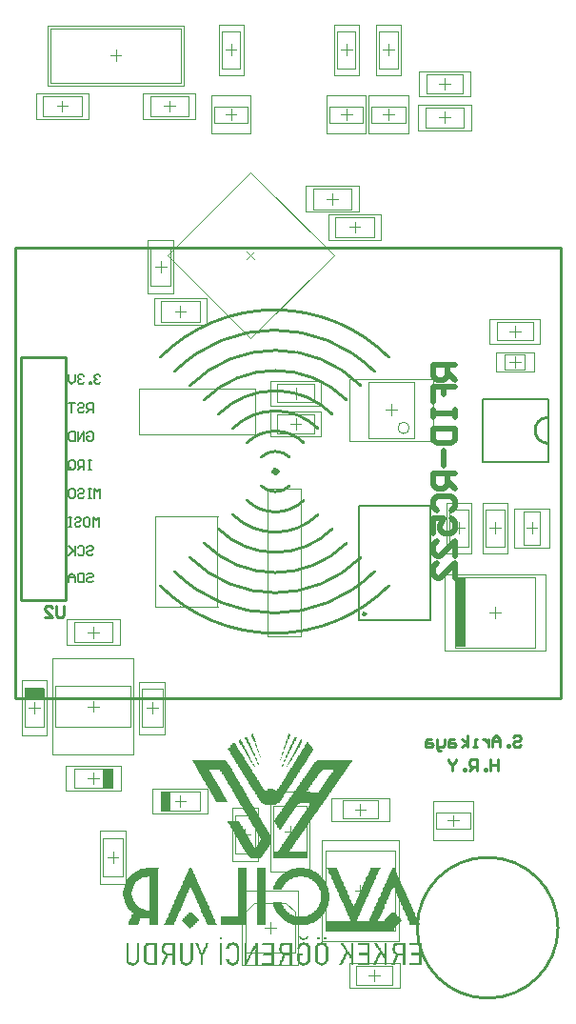
<source format=gbo>
G04*
G04 #@! TF.GenerationSoftware,Altium Limited,Altium Designer,21.3.2 (30)*
G04*
G04 Layer_Color=32896*
%FSLAX25Y25*%
%MOIN*%
G70*
G04*
G04 #@! TF.SameCoordinates,3F51CCC3-8A4B-4D73-A1D2-239D5F55BC23*
G04*
G04*
G04 #@! TF.FilePolarity,Positive*
G04*
G01*
G75*
%ADD10C,0.01000*%
%ADD12C,0.00787*%
%ADD15C,0.00394*%
%ADD18R,0.03307X0.06692*%
%ADD19R,0.06692X0.03307*%
%ADD20R,0.03765X0.24488*%
%ADD21R,0.24488X0.03765*%
%ADD22R,0.11496X0.02436*%
%ADD23C,0.00197*%
%ADD98C,0.01968*%
G36*
X97164Y93188D02*
X97620D01*
Y92960D01*
Y92732D01*
Y92504D01*
X97392D01*
Y92276D01*
Y92048D01*
X97164D01*
Y91820D01*
Y91592D01*
X96936D01*
Y91364D01*
X96708D01*
Y91136D01*
Y90908D01*
Y90680D01*
X96480D01*
Y90452D01*
Y90224D01*
X96252D01*
Y89996D01*
Y89768D01*
Y89540D01*
X96024D01*
Y89312D01*
Y89084D01*
X95796D01*
Y88856D01*
Y88628D01*
X95568D01*
Y88400D01*
Y88172D01*
Y87944D01*
X95340D01*
Y88172D01*
Y88400D01*
Y88628D01*
Y88856D01*
X95568D01*
Y89084D01*
Y89312D01*
Y89540D01*
X95796D01*
Y89768D01*
Y89996D01*
Y90224D01*
X96024D01*
Y90452D01*
Y90680D01*
Y90908D01*
X96252D01*
Y91136D01*
Y91364D01*
Y91592D01*
X96480D01*
Y91820D01*
Y92048D01*
Y92276D01*
Y92504D01*
X96708D01*
Y92732D01*
Y92960D01*
X96936D01*
Y93188D01*
Y93416D01*
X97164D01*
Y93188D01*
D02*
G37*
G36*
X95340Y87716D02*
Y87488D01*
Y87259D01*
X95112D01*
Y87488D01*
Y87716D01*
Y87944D01*
X95340D01*
Y87716D01*
D02*
G37*
G36*
X95112Y87031D02*
Y86803D01*
Y86575D01*
X94884D01*
Y86347D01*
Y86119D01*
Y85891D01*
X94656D01*
Y86119D01*
Y86347D01*
Y86575D01*
Y86803D01*
X94884D01*
Y87031D01*
Y87259D01*
X95112D01*
Y87031D01*
D02*
G37*
G36*
X84622Y93188D02*
Y92960D01*
Y92732D01*
Y92504D01*
X84850D01*
Y92276D01*
Y92048D01*
Y91820D01*
X85078D01*
Y91592D01*
Y91364D01*
Y91136D01*
X85306D01*
Y90908D01*
Y90680D01*
X85534D01*
Y90452D01*
X85306D01*
Y90224D01*
X85534D01*
Y89996D01*
Y89768D01*
Y89540D01*
X85762D01*
Y89312D01*
Y89084D01*
X85991D01*
Y88856D01*
Y88628D01*
Y88400D01*
Y88172D01*
X86219D01*
Y87944D01*
Y87716D01*
Y87488D01*
X86446D01*
Y87259D01*
Y87031D01*
X86675D01*
Y86803D01*
Y86575D01*
Y86347D01*
Y86119D01*
X86903D01*
Y85891D01*
Y85663D01*
X86675D01*
Y85891D01*
Y86119D01*
X86446D01*
Y86347D01*
Y86575D01*
Y86803D01*
X86219D01*
Y87031D01*
Y87259D01*
Y87488D01*
X85991D01*
Y87716D01*
Y87944D01*
X85762D01*
Y88172D01*
Y88400D01*
Y88628D01*
X85534D01*
Y88856D01*
Y89084D01*
X85306D01*
Y89312D01*
Y89540D01*
Y89768D01*
Y89996D01*
X85078D01*
Y90224D01*
Y90452D01*
X84850D01*
Y90680D01*
X84622D01*
Y90908D01*
Y91136D01*
Y91364D01*
X84394D01*
Y91592D01*
Y91820D01*
X84166D01*
Y92048D01*
Y92276D01*
X83938D01*
Y92504D01*
Y92732D01*
X83710D01*
Y92960D01*
X83938D01*
Y93188D01*
X84394D01*
Y93416D01*
X84622D01*
Y93188D01*
D02*
G37*
G36*
X94656Y85663D02*
Y85435D01*
X94428D01*
Y85663D01*
Y85891D01*
X94656D01*
Y85663D01*
D02*
G37*
G36*
X87131Y85207D02*
Y84979D01*
X86903D01*
Y85207D01*
Y85435D01*
X87131D01*
Y85207D01*
D02*
G37*
G36*
X94428Y84979D02*
Y84751D01*
X94200D01*
Y84979D01*
Y85207D01*
X94428D01*
Y84979D01*
D02*
G37*
G36*
X87359Y84523D02*
Y84295D01*
X87131D01*
Y84523D01*
Y84751D01*
X87359D01*
Y84523D01*
D02*
G37*
G36*
X94200Y84295D02*
Y84067D01*
X93972D01*
Y84295D01*
Y84523D01*
X94200D01*
Y84295D01*
D02*
G37*
G36*
X99445Y92048D02*
X99901D01*
Y91820D01*
X99673D01*
Y91592D01*
Y91364D01*
X99445D01*
Y91136D01*
Y90908D01*
X99217D01*
Y90680D01*
X98988D01*
Y90452D01*
Y90224D01*
X98760D01*
Y89996D01*
Y89768D01*
X98532D01*
Y89540D01*
Y89312D01*
X98304D01*
Y89084D01*
Y88856D01*
X98076D01*
Y88628D01*
Y88400D01*
X97848D01*
Y88172D01*
Y87944D01*
X97620D01*
Y87716D01*
Y87488D01*
X97392D01*
Y87259D01*
Y87031D01*
X97164D01*
Y86803D01*
Y86575D01*
X96936D01*
Y86347D01*
Y86119D01*
X96708D01*
Y85891D01*
Y85663D01*
X96480D01*
Y85435D01*
Y85207D01*
X96252D01*
Y84979D01*
Y84751D01*
X96024D01*
Y84523D01*
Y84295D01*
X95796D01*
Y84067D01*
Y83839D01*
X95568D01*
Y83611D01*
Y83383D01*
X95340D01*
Y83611D01*
Y83839D01*
Y84067D01*
X95568D01*
Y84295D01*
Y84523D01*
X95796D01*
Y84751D01*
Y84979D01*
Y85207D01*
X96024D01*
Y85435D01*
Y85663D01*
X96252D01*
Y85891D01*
Y86119D01*
X96480D01*
Y86347D01*
Y86575D01*
Y86803D01*
X96708D01*
Y87031D01*
Y87259D01*
X96936D01*
Y87488D01*
Y87716D01*
X97164D01*
Y87944D01*
Y88172D01*
Y88400D01*
X97392D01*
Y88628D01*
Y88856D01*
X97620D01*
Y89084D01*
Y89312D01*
X97848D01*
Y89540D01*
Y89768D01*
X98076D01*
Y89996D01*
Y90224D01*
Y90452D01*
X98304D01*
Y90680D01*
Y90908D01*
X98532D01*
Y91136D01*
Y91364D01*
X98760D01*
Y91592D01*
Y91820D01*
X98988D01*
Y92048D01*
Y92276D01*
X99445D01*
Y92048D01*
D02*
G37*
G36*
X95340Y83155D02*
Y82927D01*
X95112D01*
Y83155D01*
Y83383D01*
X95340D01*
Y83155D01*
D02*
G37*
G36*
X101497Y91136D02*
X101725D01*
Y90908D01*
X101953D01*
Y90680D01*
X101725D01*
Y90452D01*
Y90224D01*
X101497D01*
Y89996D01*
X101269D01*
Y89768D01*
Y89540D01*
X101041D01*
Y89312D01*
Y89084D01*
X100813D01*
Y88856D01*
Y88628D01*
X100585D01*
Y88400D01*
X100357D01*
Y88172D01*
X100129D01*
Y87944D01*
Y87716D01*
X99901D01*
Y87488D01*
Y87259D01*
X99673D01*
Y87031D01*
X99445D01*
Y86803D01*
Y86575D01*
X99217D01*
Y86347D01*
Y86119D01*
X98988D01*
Y85891D01*
Y85663D01*
X98760D01*
Y85435D01*
X98532D01*
Y85207D01*
Y84979D01*
X98304D01*
Y84751D01*
X98076D01*
Y84523D01*
Y84295D01*
X97848D01*
Y84067D01*
Y83839D01*
X97620D01*
Y83611D01*
X97392D01*
Y83383D01*
Y83155D01*
X97164D01*
Y82927D01*
Y82699D01*
X96936D01*
Y82471D01*
X96708D01*
Y82699D01*
Y82927D01*
X96936D01*
Y83155D01*
Y83383D01*
X97164D01*
Y83611D01*
Y83839D01*
X97392D01*
Y84067D01*
Y84295D01*
X97620D01*
Y84523D01*
Y84751D01*
X97848D01*
Y84979D01*
Y85207D01*
X98076D01*
Y85435D01*
Y85663D01*
X98304D01*
Y85891D01*
X98532D01*
Y86119D01*
Y86347D01*
X98760D01*
Y86575D01*
Y86803D01*
X98988D01*
Y87031D01*
Y87259D01*
X99217D01*
Y87488D01*
Y87716D01*
X99445D01*
Y87944D01*
Y88172D01*
X99673D01*
Y88400D01*
Y88628D01*
X99901D01*
Y88856D01*
Y89084D01*
X100129D01*
Y89312D01*
X100357D01*
Y89540D01*
Y89768D01*
X100585D01*
Y89996D01*
Y90224D01*
Y90452D01*
X100813D01*
Y90680D01*
X101041D01*
Y90908D01*
Y91136D01*
X101269D01*
Y91364D01*
X101497D01*
Y91136D01*
D02*
G37*
G36*
X96708Y82243D02*
Y82015D01*
X96480D01*
Y82243D01*
Y82471D01*
X96708D01*
Y82243D01*
D02*
G37*
G36*
X82342Y92048D02*
X82570D01*
Y91820D01*
Y91592D01*
Y91364D01*
X82798D01*
Y91136D01*
Y90908D01*
X83026D01*
Y90680D01*
Y90452D01*
X83254D01*
Y90224D01*
Y89996D01*
X83482D01*
Y89768D01*
Y89540D01*
X83710D01*
Y89312D01*
Y89084D01*
X83938D01*
Y88856D01*
Y88628D01*
Y88400D01*
X84166D01*
Y88172D01*
Y87944D01*
X84394D01*
Y87716D01*
Y87488D01*
X84622D01*
Y87259D01*
Y87031D01*
Y86803D01*
X84850D01*
Y86575D01*
Y86347D01*
X85078D01*
Y86119D01*
Y85891D01*
X85306D01*
Y85663D01*
Y85435D01*
Y85207D01*
X85534D01*
Y84979D01*
Y84751D01*
X85762D01*
Y84523D01*
Y84295D01*
X85991D01*
Y84067D01*
Y83839D01*
Y83611D01*
X86219D01*
Y83383D01*
Y83155D01*
X86446D01*
Y82927D01*
Y82699D01*
X86675D01*
Y82471D01*
Y82243D01*
Y82015D01*
X86446D01*
Y82243D01*
Y82471D01*
X86219D01*
Y82699D01*
Y82927D01*
X85991D01*
Y83155D01*
Y83383D01*
X85762D01*
Y83611D01*
Y83839D01*
X85534D01*
Y84067D01*
Y84295D01*
Y84523D01*
X85306D01*
Y84751D01*
Y84979D01*
X85078D01*
Y85207D01*
Y85435D01*
X84850D01*
Y85663D01*
Y85891D01*
X84622D01*
Y86119D01*
Y86347D01*
X84394D01*
Y86575D01*
Y86803D01*
X84166D01*
Y87031D01*
Y87259D01*
X83938D01*
Y87488D01*
Y87716D01*
X83710D01*
Y87944D01*
Y88172D01*
X83482D01*
Y88400D01*
Y88628D01*
X83254D01*
Y88856D01*
Y89084D01*
X83026D01*
Y89312D01*
Y89540D01*
X82798D01*
Y89768D01*
X82570D01*
Y89996D01*
Y90224D01*
X82342D01*
Y90452D01*
Y90680D01*
X82114D01*
Y90908D01*
Y91136D01*
X81886D01*
Y91364D01*
X81658D01*
Y91592D01*
Y91820D01*
X81430D01*
Y92048D01*
X81886D01*
Y92276D01*
X82342D01*
Y92048D01*
D02*
G37*
G36*
X96480Y81787D02*
X96252D01*
Y82015D01*
X96480D01*
Y81787D01*
D02*
G37*
G36*
X95112Y82699D02*
Y82471D01*
Y82243D01*
X94884D01*
Y82015D01*
Y81787D01*
X94656D01*
Y82015D01*
Y82243D01*
Y82471D01*
X94884D01*
Y82699D01*
Y82927D01*
X95112D01*
Y82699D01*
D02*
G37*
G36*
X80290Y91136D02*
Y90908D01*
Y90680D01*
X80518D01*
Y90452D01*
X80746D01*
Y90224D01*
Y89996D01*
X80974D01*
Y89768D01*
Y89540D01*
X81202D01*
Y89312D01*
Y89084D01*
X81430D01*
Y88856D01*
Y88628D01*
X81658D01*
Y88400D01*
Y88172D01*
X81886D01*
Y87944D01*
Y87716D01*
X82114D01*
Y87488D01*
X82342D01*
Y87259D01*
Y87031D01*
X82570D01*
Y86803D01*
Y86575D01*
X82798D01*
Y86347D01*
Y86119D01*
X83026D01*
Y85891D01*
Y85663D01*
X83254D01*
Y85435D01*
Y85207D01*
X83482D01*
Y84979D01*
Y84751D01*
X83710D01*
Y84523D01*
Y84295D01*
X83938D01*
Y84067D01*
Y83839D01*
X84166D01*
Y83611D01*
X84394D01*
Y83383D01*
Y83155D01*
Y82927D01*
X84622D01*
Y82699D01*
X84850D01*
Y82471D01*
Y82243D01*
X85078D01*
Y82015D01*
Y81787D01*
X85306D01*
Y81559D01*
Y81331D01*
X85078D01*
Y81559D01*
Y81787D01*
X84850D01*
Y82015D01*
Y82243D01*
X84622D01*
Y82471D01*
X84394D01*
Y82699D01*
Y82927D01*
X84166D01*
Y83155D01*
X83938D01*
Y83383D01*
Y83611D01*
X83710D01*
Y83839D01*
Y84067D01*
X83482D01*
Y84295D01*
X83254D01*
Y84523D01*
Y84751D01*
X83026D01*
Y84979D01*
Y85207D01*
X82798D01*
Y85435D01*
X82570D01*
Y85663D01*
Y85891D01*
X82342D01*
Y86119D01*
X82114D01*
Y86347D01*
Y86575D01*
X81886D01*
Y86803D01*
Y87031D01*
X81658D01*
Y87259D01*
X81430D01*
Y87488D01*
Y87716D01*
X81202D01*
Y87944D01*
Y88172D01*
X80974D01*
Y88400D01*
X80746D01*
Y88628D01*
Y88856D01*
X80518D01*
Y89084D01*
Y89312D01*
X80290D01*
Y89540D01*
X80062D01*
Y89768D01*
Y89996D01*
X79834D01*
Y90224D01*
X79606D01*
Y90452D01*
Y90680D01*
X79377D01*
Y90908D01*
X79606D01*
Y91136D01*
X80062D01*
Y91364D01*
X80290D01*
Y91136D01*
D02*
G37*
G36*
X87359Y80646D02*
Y80418D01*
X87131D01*
Y80646D01*
Y80874D01*
X87359D01*
Y80646D01*
D02*
G37*
G36*
X103777Y90224D02*
X104005D01*
Y89996D01*
Y89768D01*
X104233D01*
Y89540D01*
X104461D01*
Y89312D01*
X104689D01*
Y89084D01*
X104917D01*
Y88856D01*
X105146D01*
Y88628D01*
Y88400D01*
X105374D01*
Y88172D01*
X105602D01*
Y87944D01*
X105830D01*
Y87716D01*
X105602D01*
Y87488D01*
X105374D01*
Y87259D01*
Y87031D01*
X105146D01*
Y86803D01*
X104917D01*
Y86575D01*
Y86347D01*
X104689D01*
Y86119D01*
X104461D01*
Y85891D01*
Y85663D01*
X104233D01*
Y85435D01*
X104005D01*
Y85207D01*
Y84979D01*
X103777D01*
Y84751D01*
X103549D01*
Y84523D01*
Y84295D01*
X103321D01*
Y84067D01*
Y83839D01*
X103093D01*
Y83611D01*
X102865D01*
Y83383D01*
Y83155D01*
X102637D01*
Y82927D01*
X102409D01*
Y82699D01*
Y82471D01*
X102181D01*
Y82243D01*
X101953D01*
Y82015D01*
Y81787D01*
X101725D01*
Y81559D01*
X101497D01*
Y81331D01*
Y81103D01*
X101269D01*
Y80874D01*
X101041D01*
Y80646D01*
Y80418D01*
X100813D01*
Y80190D01*
Y79962D01*
X100585D01*
Y79734D01*
X100357D01*
Y79506D01*
Y79278D01*
X100129D01*
Y79050D01*
X99901D01*
Y78822D01*
Y78594D01*
X99673D01*
Y78366D01*
X99445D01*
Y78138D01*
Y77910D01*
X99217D01*
Y77682D01*
X98988D01*
Y77454D01*
Y77226D01*
X98760D01*
Y76998D01*
X98532D01*
Y76770D01*
Y76542D01*
X98304D01*
Y76314D01*
X98076D01*
Y76086D01*
Y75858D01*
X97848D01*
Y75630D01*
Y75402D01*
X97620D01*
Y75173D01*
X97392D01*
Y74945D01*
Y74717D01*
X97164D01*
Y74489D01*
X96936D01*
Y74261D01*
Y74033D01*
X96708D01*
Y73805D01*
X96480D01*
Y73577D01*
Y73349D01*
X96252D01*
Y73121D01*
X96024D01*
Y72893D01*
Y72665D01*
X95796D01*
Y72437D01*
X95568D01*
Y72209D01*
Y71981D01*
X95340D01*
Y71753D01*
Y71525D01*
X95112D01*
Y71297D01*
X94884D01*
Y71069D01*
Y70841D01*
X94656D01*
Y70613D01*
X94428D01*
Y70385D01*
Y70157D01*
X94200D01*
Y69929D01*
Y69701D01*
X93972D01*
Y69473D01*
X93744D01*
Y69245D01*
X93516D01*
Y69017D01*
X93060D01*
Y68788D01*
X92603D01*
Y68560D01*
X91691D01*
Y68332D01*
X89183D01*
Y68560D01*
X88499D01*
Y68788D01*
X88043D01*
Y69017D01*
X87587D01*
Y69245D01*
X87359D01*
Y69473D01*
X87131D01*
Y69701D01*
X86903D01*
Y69929D01*
Y70157D01*
X86675D01*
Y70385D01*
X86446D01*
Y70613D01*
Y70841D01*
X86219D01*
Y71069D01*
Y71297D01*
X85991D01*
Y71525D01*
X85762D01*
Y71753D01*
Y71981D01*
X85534D01*
Y72209D01*
X85306D01*
Y72437D01*
Y72665D01*
X85078D01*
Y72893D01*
Y73121D01*
X84850D01*
Y73349D01*
X84622D01*
Y73577D01*
Y73805D01*
X84394D01*
Y74033D01*
X84166D01*
Y74261D01*
Y74489D01*
X83938D01*
Y74717D01*
Y74945D01*
X83710D01*
Y75173D01*
X83482D01*
Y75402D01*
Y75630D01*
X83254D01*
Y75858D01*
X83026D01*
Y76086D01*
Y76314D01*
X82798D01*
Y76542D01*
Y76770D01*
X82570D01*
Y76998D01*
X82342D01*
Y77226D01*
Y77454D01*
X82114D01*
Y77682D01*
Y77910D01*
X81886D01*
Y78138D01*
X81658D01*
Y78366D01*
Y78594D01*
X81430D01*
Y78822D01*
X81202D01*
Y79050D01*
Y79278D01*
X80974D01*
Y79506D01*
Y79734D01*
X80746D01*
Y79962D01*
X80518D01*
Y80190D01*
Y80418D01*
X80290D01*
Y80646D01*
X80062D01*
Y80874D01*
Y81103D01*
X79834D01*
Y81331D01*
Y81559D01*
X79606D01*
Y81787D01*
X79377D01*
Y82015D01*
Y82243D01*
X79149D01*
Y82471D01*
Y82699D01*
X78921D01*
Y82927D01*
X78693D01*
Y83155D01*
Y83383D01*
X78465D01*
Y83611D01*
X78237D01*
Y83839D01*
Y84067D01*
X78009D01*
Y84295D01*
X77781D01*
Y84523D01*
Y84751D01*
X77553D01*
Y84979D01*
Y85207D01*
X77325D01*
Y85435D01*
X77097D01*
Y85663D01*
Y85891D01*
X76869D01*
Y86119D01*
X76641D01*
Y86347D01*
Y86575D01*
X76413D01*
Y86803D01*
Y87031D01*
X76185D01*
Y87259D01*
Y87488D01*
X75957D01*
Y87716D01*
X75729D01*
Y87944D01*
Y88172D01*
X75957D01*
Y88400D01*
X76185D01*
Y88628D01*
X76413D01*
Y88856D01*
Y89084D01*
X76641D01*
Y89312D01*
X76869D01*
Y89540D01*
X77097D01*
Y89768D01*
X77325D01*
Y89996D01*
X77553D01*
Y90224D01*
X77781D01*
Y90452D01*
X78009D01*
Y90224D01*
Y89996D01*
X78237D01*
Y89768D01*
X78465D01*
Y89540D01*
Y89312D01*
X78693D01*
Y89084D01*
X78921D01*
Y88856D01*
Y88628D01*
X79149D01*
Y88400D01*
X79377D01*
Y88172D01*
Y87944D01*
X79606D01*
Y87716D01*
Y87488D01*
X79834D01*
Y87259D01*
X80062D01*
Y87031D01*
Y86803D01*
X80290D01*
Y86575D01*
Y86347D01*
X80518D01*
Y86119D01*
X80746D01*
Y85891D01*
Y85663D01*
X80974D01*
Y85435D01*
X81202D01*
Y85207D01*
Y84979D01*
X81430D01*
Y84751D01*
Y84523D01*
X81658D01*
Y84295D01*
X81886D01*
Y84067D01*
Y83839D01*
X82114D01*
Y83611D01*
X82342D01*
Y83383D01*
Y83155D01*
X82570D01*
Y82927D01*
Y82699D01*
X82798D01*
Y82471D01*
X83026D01*
Y82243D01*
Y82015D01*
X83254D01*
Y81787D01*
X83482D01*
Y81559D01*
Y81331D01*
X83710D01*
Y81103D01*
X83938D01*
Y80874D01*
Y80646D01*
X84166D01*
Y80418D01*
Y80190D01*
X84394D01*
Y79962D01*
X84622D01*
Y79734D01*
Y79506D01*
X84850D01*
Y79278D01*
Y79050D01*
X85078D01*
Y78822D01*
X85306D01*
Y78594D01*
Y78366D01*
X85534D01*
Y78138D01*
X85762D01*
Y77910D01*
Y77682D01*
X85991D01*
Y77454D01*
Y77226D01*
X86219D01*
Y76998D01*
X86446D01*
Y76770D01*
Y76542D01*
X86675D01*
Y76314D01*
X86903D01*
Y76086D01*
Y75858D01*
X87131D01*
Y75630D01*
Y75402D01*
X87359D01*
Y75173D01*
X87587D01*
Y74945D01*
Y74717D01*
X87815D01*
Y74489D01*
X88043D01*
Y74261D01*
Y74033D01*
X88271D01*
Y73805D01*
X88499D01*
Y73577D01*
Y73349D01*
X88955D01*
Y73577D01*
X89411D01*
Y73805D01*
X89639D01*
Y74033D01*
X90095D01*
Y74261D01*
X91235D01*
Y74033D01*
X91691D01*
Y73805D01*
X92147D01*
Y73577D01*
X92375D01*
Y73349D01*
X92831D01*
Y73577D01*
X93060D01*
Y73805D01*
Y74033D01*
X93288D01*
Y74261D01*
X93516D01*
Y74489D01*
Y74717D01*
X93744D01*
Y74945D01*
X93972D01*
Y75173D01*
Y75402D01*
X94200D01*
Y75630D01*
X94428D01*
Y75858D01*
Y76086D01*
X94656D01*
Y76314D01*
Y76542D01*
X94884D01*
Y76770D01*
X95112D01*
Y76998D01*
Y77226D01*
X95340D01*
Y77454D01*
X95568D01*
Y77682D01*
Y77910D01*
X95796D01*
Y78138D01*
Y78366D01*
X96024D01*
Y78594D01*
X96252D01*
Y78822D01*
Y79050D01*
X96480D01*
Y79278D01*
X96708D01*
Y79506D01*
Y79734D01*
X96936D01*
Y79962D01*
Y80190D01*
X97164D01*
Y80418D01*
X97392D01*
Y80646D01*
Y80874D01*
X97620D01*
Y81103D01*
Y81331D01*
X97848D01*
Y81559D01*
X98076D01*
Y81787D01*
Y82015D01*
X98304D01*
Y82243D01*
X98532D01*
Y82471D01*
Y82699D01*
X98760D01*
Y82927D01*
Y83155D01*
X98988D01*
Y83383D01*
X99217D01*
Y83611D01*
Y83839D01*
X99445D01*
Y84067D01*
X99673D01*
Y84295D01*
Y84523D01*
X99901D01*
Y84751D01*
Y84979D01*
X100129D01*
Y85207D01*
X100357D01*
Y85435D01*
Y85663D01*
X100585D01*
Y85891D01*
X100813D01*
Y86119D01*
Y86347D01*
X101041D01*
Y86575D01*
X101269D01*
Y86803D01*
Y87031D01*
X101497D01*
Y87259D01*
Y87488D01*
X101725D01*
Y87716D01*
Y87944D01*
X101953D01*
Y88172D01*
X102181D01*
Y88400D01*
Y88628D01*
X102409D01*
Y88856D01*
X102637D01*
Y89084D01*
Y89312D01*
X102865D01*
Y89540D01*
Y89768D01*
X103093D01*
Y89996D01*
X103321D01*
Y90224D01*
Y90452D01*
X103777D01*
Y90224D01*
D02*
G37*
G36*
X74361Y84067D02*
X74817D01*
Y83839D01*
X75273D01*
Y83611D01*
X75501D01*
Y83383D01*
X75729D01*
Y83155D01*
Y82927D01*
X75957D01*
Y82699D01*
Y82471D01*
X76185D01*
Y82243D01*
X76413D01*
Y82015D01*
Y81787D01*
X76641D01*
Y81559D01*
Y81331D01*
X76869D01*
Y81103D01*
X77097D01*
Y80874D01*
Y80646D01*
X77325D01*
Y80418D01*
Y80190D01*
X77553D01*
Y79962D01*
Y79734D01*
X77781D01*
Y79506D01*
X78009D01*
Y79278D01*
Y79050D01*
X78237D01*
Y78822D01*
Y78594D01*
X78465D01*
Y78366D01*
Y78138D01*
X78693D01*
Y77910D01*
X78921D01*
Y77682D01*
Y77454D01*
X79149D01*
Y77226D01*
Y76998D01*
X79377D01*
Y76770D01*
X79606D01*
Y76542D01*
Y76314D01*
X79834D01*
Y76086D01*
Y75858D01*
X80062D01*
Y75630D01*
Y75402D01*
X80290D01*
Y75173D01*
X80518D01*
Y74945D01*
Y74717D01*
X80746D01*
Y74489D01*
Y74261D01*
X80974D01*
Y74033D01*
X81202D01*
Y73805D01*
Y73577D01*
X81430D01*
Y73349D01*
Y73121D01*
X81658D01*
Y72893D01*
Y72665D01*
X81886D01*
Y72437D01*
X82114D01*
Y72209D01*
Y71981D01*
X82342D01*
Y71753D01*
Y71525D01*
X82570D01*
Y71297D01*
X82798D01*
Y71069D01*
Y70841D01*
X83026D01*
Y70613D01*
Y70385D01*
X83254D01*
Y70157D01*
Y69929D01*
X83482D01*
Y69701D01*
X83710D01*
Y69473D01*
Y69245D01*
X83938D01*
Y69017D01*
Y68788D01*
X84166D01*
Y68560D01*
X84394D01*
Y68332D01*
Y68104D01*
X84622D01*
Y67876D01*
Y67648D01*
X84850D01*
Y67420D01*
X85078D01*
Y67192D01*
Y66964D01*
X85306D01*
Y66736D01*
Y66508D01*
X85534D01*
Y66280D01*
X85762D01*
Y66052D01*
Y65824D01*
X85991D01*
Y65596D01*
Y65368D01*
X86219D01*
Y65140D01*
Y64912D01*
X86446D01*
Y64684D01*
X86675D01*
Y64456D01*
Y64228D01*
X86903D01*
Y64000D01*
Y63772D01*
X87131D01*
Y63544D01*
X87359D01*
Y63316D01*
Y63088D01*
X87587D01*
Y62860D01*
Y62632D01*
X87815D01*
Y62404D01*
X88043D01*
Y62176D01*
Y61948D01*
X88271D01*
Y61719D01*
Y61491D01*
X88499D01*
Y61263D01*
Y61035D01*
X88727D01*
Y60807D01*
X88955D01*
Y60579D01*
Y60351D01*
X89183D01*
Y60123D01*
Y59895D01*
X89411D01*
Y59667D01*
X89639D01*
Y59439D01*
Y59211D01*
Y58983D01*
X89867D01*
Y58755D01*
X90095D01*
Y58527D01*
Y58299D01*
X90323D01*
Y58071D01*
X90551D01*
Y57843D01*
Y57615D01*
X90779D01*
Y57387D01*
Y57159D01*
Y56931D01*
X91007D01*
Y56703D01*
Y56475D01*
Y56247D01*
Y56019D01*
Y55791D01*
Y55563D01*
Y55334D01*
X90779D01*
Y55106D01*
Y54878D01*
X90551D01*
Y54650D01*
Y54422D01*
X90323D01*
Y54194D01*
X90095D01*
Y53966D01*
Y53738D01*
X89867D01*
Y53510D01*
X89639D01*
Y53282D01*
Y53054D01*
X89411D01*
Y52826D01*
X89183D01*
Y52598D01*
Y52370D01*
X88955D01*
Y52142D01*
X88727D01*
Y51914D01*
X88499D01*
Y51686D01*
Y51458D01*
X88271D01*
Y51230D01*
X88043D01*
Y51002D01*
Y50774D01*
X87815D01*
Y50546D01*
X87587D01*
Y50318D01*
Y50090D01*
X87359D01*
Y49862D01*
X83710D01*
Y50090D01*
X83254D01*
Y50318D01*
X83026D01*
Y50546D01*
X82798D01*
Y50774D01*
X82570D01*
Y51002D01*
X82342D01*
Y51230D01*
Y51458D01*
X82114D01*
Y51686D01*
X81886D01*
Y51914D01*
Y52142D01*
X81658D01*
Y52370D01*
Y52598D01*
X81430D01*
Y52826D01*
X81202D01*
Y53054D01*
Y53282D01*
X80974D01*
Y53510D01*
Y53738D01*
X80746D01*
Y53966D01*
X80518D01*
Y54194D01*
Y54422D01*
X80290D01*
Y54650D01*
Y54878D01*
X80062D01*
Y55106D01*
Y55334D01*
X79834D01*
Y55563D01*
X79606D01*
Y55791D01*
Y56019D01*
X79377D01*
Y56247D01*
Y56475D01*
X79149D01*
Y56703D01*
Y56931D01*
X78921D01*
Y57159D01*
X78693D01*
Y57387D01*
Y57615D01*
X78465D01*
Y57843D01*
Y58071D01*
X78237D01*
Y58299D01*
X78009D01*
Y58527D01*
Y58755D01*
X77781D01*
Y58983D01*
X77553D01*
Y59211D01*
Y59439D01*
X77325D01*
Y59667D01*
Y59895D01*
X77097D01*
Y60123D01*
X76869D01*
Y60351D01*
Y60579D01*
X76641D01*
Y60807D01*
Y61035D01*
X76413D01*
Y61263D01*
Y61491D01*
X76185D01*
Y61719D01*
X75957D01*
Y61948D01*
Y62176D01*
X75729D01*
Y62404D01*
Y62632D01*
X75501D01*
Y62860D01*
X79606D01*
Y62632D01*
X79834D01*
Y62404D01*
Y62176D01*
X80062D01*
Y61948D01*
X80290D01*
Y61719D01*
Y61491D01*
Y61263D01*
X80518D01*
Y61035D01*
X80746D01*
Y60807D01*
Y60579D01*
X80974D01*
Y60351D01*
Y60123D01*
X81202D01*
Y59895D01*
Y59667D01*
X81430D01*
Y59439D01*
X81658D01*
Y59211D01*
Y58983D01*
X81886D01*
Y58755D01*
Y58527D01*
X82114D01*
Y58299D01*
Y58071D01*
X82342D01*
Y57843D01*
X82570D01*
Y57615D01*
Y57387D01*
X82798D01*
Y57159D01*
Y56931D01*
X83026D01*
Y56703D01*
X83254D01*
Y56475D01*
Y56247D01*
X83482D01*
Y56019D01*
Y55791D01*
X83710D01*
Y55563D01*
X83938D01*
Y55334D01*
Y55106D01*
X84166D01*
Y54878D01*
Y54650D01*
X84394D01*
Y54422D01*
X84622D01*
Y54194D01*
Y53966D01*
X84850D01*
Y53738D01*
Y53510D01*
X85078D01*
Y53282D01*
X85534D01*
Y53510D01*
Y53738D01*
X85762D01*
Y53966D01*
Y54194D01*
X85991D01*
Y54422D01*
X86219D01*
Y54650D01*
X86446D01*
Y54878D01*
Y55106D01*
X86675D01*
Y55334D01*
Y55563D01*
X86903D01*
Y55791D01*
Y56019D01*
Y56247D01*
X87131D01*
Y56475D01*
Y56703D01*
X86903D01*
Y56931D01*
Y57159D01*
Y57387D01*
X86675D01*
Y57615D01*
X86446D01*
Y57843D01*
Y58071D01*
X86219D01*
Y58299D01*
Y58527D01*
X85991D01*
Y58755D01*
Y58983D01*
X85762D01*
Y59211D01*
X85534D01*
Y59439D01*
Y59667D01*
X85306D01*
Y59895D01*
Y60123D01*
X85078D01*
Y60351D01*
X84850D01*
Y60579D01*
Y60807D01*
X84622D01*
Y61035D01*
Y61263D01*
X84394D01*
Y61491D01*
Y61719D01*
X84166D01*
Y61948D01*
X83938D01*
Y62176D01*
Y62404D01*
X83710D01*
Y62632D01*
Y62860D01*
X83482D01*
Y63088D01*
X83254D01*
Y63316D01*
Y63544D01*
X83026D01*
Y63772D01*
Y64000D01*
X82798D01*
Y64228D01*
Y64456D01*
X82570D01*
Y64684D01*
X82342D01*
Y64912D01*
X82114D01*
Y65140D01*
Y65368D01*
Y65596D01*
X81886D01*
Y65824D01*
X81658D01*
Y66052D01*
Y66280D01*
X81430D01*
Y66508D01*
X81202D01*
Y66736D01*
Y66964D01*
X80974D01*
Y67192D01*
Y67420D01*
X80746D01*
Y67648D01*
X80518D01*
Y67876D01*
Y68104D01*
X80290D01*
Y68332D01*
Y68560D01*
X80062D01*
Y68788D01*
Y69017D01*
X79834D01*
Y69245D01*
X79606D01*
Y69473D01*
Y69701D01*
X79377D01*
Y69929D01*
Y70157D01*
X79149D01*
Y70385D01*
X78921D01*
Y70613D01*
Y70841D01*
X78693D01*
Y71069D01*
Y71297D01*
X78465D01*
Y71525D01*
X78237D01*
Y71753D01*
Y71981D01*
X78009D01*
Y72209D01*
Y72437D01*
X77781D01*
Y72665D01*
Y72893D01*
X77553D01*
Y73121D01*
X77325D01*
Y73349D01*
Y73577D01*
X77097D01*
Y73805D01*
Y74033D01*
X76869D01*
Y74261D01*
Y74489D01*
X76641D01*
Y74717D01*
X76413D01*
Y74945D01*
Y75173D01*
X76185D01*
Y75402D01*
Y75630D01*
X75957D01*
Y75858D01*
X75729D01*
Y76086D01*
Y76314D01*
X75501D01*
Y76542D01*
Y76770D01*
X75273D01*
Y76998D01*
X75045D01*
Y77226D01*
Y77454D01*
X74817D01*
Y77682D01*
X74589D01*
Y77910D01*
Y78138D01*
Y78366D01*
X74361D01*
Y78594D01*
X74133D01*
Y78822D01*
Y79050D01*
X73905D01*
Y79278D01*
X73677D01*
Y79506D01*
Y79734D01*
X73448D01*
Y79962D01*
Y80190D01*
X72992D01*
Y80418D01*
X72764D01*
Y80646D01*
X71624D01*
Y80874D01*
X69344D01*
Y80646D01*
Y80418D01*
Y80190D01*
X69572D01*
Y79962D01*
X69800D01*
Y79734D01*
Y79506D01*
X70028D01*
Y79278D01*
Y79050D01*
X70256D01*
Y78822D01*
Y78594D01*
X70484D01*
Y78366D01*
Y78138D01*
X70712D01*
Y77910D01*
X70940D01*
Y77682D01*
Y77454D01*
X71168D01*
Y77226D01*
Y76998D01*
X71396D01*
Y76770D01*
X71624D01*
Y76542D01*
Y76314D01*
X71852D01*
Y76086D01*
Y75858D01*
X72080D01*
Y75630D01*
Y75402D01*
X72308D01*
Y75173D01*
X72536D01*
Y74945D01*
Y74717D01*
X72764D01*
Y74489D01*
Y74261D01*
X72992D01*
Y74033D01*
X73220D01*
Y73805D01*
Y73577D01*
X73448D01*
Y73349D01*
Y73121D01*
X73677D01*
Y72893D01*
X73905D01*
Y72665D01*
Y72437D01*
Y72209D01*
X74133D01*
Y71981D01*
X74361D01*
Y71753D01*
Y71525D01*
X74589D01*
Y71297D01*
Y71069D01*
X74817D01*
Y70841D01*
X75045D01*
Y70613D01*
Y70385D01*
X75273D01*
Y70157D01*
Y69929D01*
X75501D01*
Y69701D01*
X75729D01*
Y69473D01*
X71624D01*
Y69701D01*
X71396D01*
Y69929D01*
Y70157D01*
X71168D01*
Y70385D01*
X70940D01*
Y70613D01*
Y70841D01*
Y71069D01*
X70712D01*
Y71297D01*
X70484D01*
Y71525D01*
Y71753D01*
X70256D01*
Y71981D01*
Y72209D01*
X70028D01*
Y72437D01*
X69800D01*
Y72665D01*
Y72893D01*
X69572D01*
Y73121D01*
Y73349D01*
X69344D01*
Y73577D01*
Y73805D01*
X69116D01*
Y74033D01*
X68888D01*
Y74261D01*
Y74489D01*
X68660D01*
Y74717D01*
Y74945D01*
X68432D01*
Y75173D01*
X68204D01*
Y75402D01*
Y75630D01*
X67976D01*
Y75858D01*
Y76086D01*
X67748D01*
Y76314D01*
X67520D01*
Y76542D01*
Y76770D01*
X67291D01*
Y76998D01*
Y77226D01*
X67063D01*
Y77454D01*
X66835D01*
Y77682D01*
Y77910D01*
X66607D01*
Y78138D01*
Y78366D01*
X66379D01*
Y78594D01*
Y78822D01*
X66151D01*
Y79050D01*
X65923D01*
Y79278D01*
Y79506D01*
X65695D01*
Y79734D01*
Y79962D01*
X65467D01*
Y80190D01*
X65239D01*
Y80418D01*
Y80646D01*
X65011D01*
Y80874D01*
Y81103D01*
X64783D01*
Y81331D01*
Y81559D01*
X64555D01*
Y81787D01*
Y82015D01*
X64327D01*
Y82243D01*
X64099D01*
Y82471D01*
Y82699D01*
X63871D01*
Y82927D01*
Y83155D01*
X63643D01*
Y83383D01*
Y83611D01*
X63415D01*
Y83839D01*
X63187D01*
Y84067D01*
Y84295D01*
X74361D01*
Y84067D01*
D02*
G37*
G36*
X119512D02*
X119284D01*
Y83839D01*
Y83611D01*
X119056D01*
Y83383D01*
X118828D01*
Y83155D01*
X118600D01*
Y82927D01*
Y82699D01*
X118371D01*
Y82471D01*
Y82243D01*
X118143D01*
Y82015D01*
X117915D01*
Y81787D01*
X117687D01*
Y81559D01*
Y81331D01*
X117459D01*
Y81103D01*
X117231D01*
Y80874D01*
Y80646D01*
X117003D01*
Y80418D01*
X116775D01*
Y80190D01*
X116547D01*
Y79962D01*
Y79734D01*
X116319D01*
Y79506D01*
X116091D01*
Y79278D01*
Y79050D01*
X115863D01*
Y78822D01*
X115635D01*
Y78594D01*
Y78366D01*
X115407D01*
Y78138D01*
X115179D01*
Y77910D01*
X114951D01*
Y77682D01*
Y77454D01*
X114723D01*
Y77226D01*
X114495D01*
Y76998D01*
Y76770D01*
X114267D01*
Y76542D01*
X114039D01*
Y76314D01*
Y76086D01*
X113811D01*
Y75858D01*
X113583D01*
Y75630D01*
X113355D01*
Y75402D01*
Y75173D01*
X113127D01*
Y74945D01*
X112899D01*
Y74717D01*
Y74489D01*
X112671D01*
Y74261D01*
X112443D01*
Y74033D01*
X112215D01*
Y73805D01*
Y73577D01*
X111986D01*
Y73349D01*
X111758D01*
Y73121D01*
Y72893D01*
X111530D01*
Y72665D01*
X111302D01*
Y72437D01*
Y72209D01*
X111074D01*
Y71981D01*
X110846D01*
Y71753D01*
Y71525D01*
X110618D01*
Y71297D01*
X110390D01*
Y71069D01*
Y70841D01*
X110162D01*
Y70613D01*
X109934D01*
Y70385D01*
Y70157D01*
X109706D01*
Y69929D01*
X109478D01*
Y69701D01*
X109250D01*
Y69473D01*
Y69245D01*
X109022D01*
Y69017D01*
X108794D01*
Y68788D01*
Y68560D01*
X108566D01*
Y68332D01*
X108338D01*
Y68104D01*
X108110D01*
Y67876D01*
Y67648D01*
X107882D01*
Y67420D01*
X107654D01*
Y67192D01*
Y66964D01*
X107426D01*
Y66736D01*
X107198D01*
Y66508D01*
Y66280D01*
X106970D01*
Y66052D01*
X106742D01*
Y65824D01*
X106514D01*
Y65596D01*
Y65368D01*
X106286D01*
Y65140D01*
X106058D01*
Y64912D01*
Y64684D01*
X105830D01*
Y64456D01*
X105602D01*
Y64228D01*
X105374D01*
Y64000D01*
Y63772D01*
X105146D01*
Y63544D01*
Y63316D01*
X104917D01*
Y63088D01*
X104689D01*
Y62860D01*
X104461D01*
Y62632D01*
Y62404D01*
X104233D01*
Y62176D01*
X104005D01*
Y61948D01*
Y61719D01*
X103777D01*
Y61491D01*
X103549D01*
Y61263D01*
X103321D01*
Y61035D01*
Y60807D01*
X103093D01*
Y60579D01*
Y60351D01*
X102865D01*
Y60123D01*
X102637D01*
Y59895D01*
X102409D01*
Y59667D01*
Y59439D01*
X102181D01*
Y59211D01*
X101953D01*
Y58983D01*
Y58755D01*
X101725D01*
Y58527D01*
X101497D01*
Y58299D01*
X101269D01*
Y58071D01*
Y57843D01*
X101041D01*
Y57615D01*
X100813D01*
Y57387D01*
Y57159D01*
X100585D01*
Y56931D01*
X100357D01*
Y56703D01*
X100129D01*
Y56475D01*
Y56247D01*
X99901D01*
Y56019D01*
X99673D01*
Y55791D01*
Y55563D01*
X99445D01*
Y55334D01*
X99217D01*
Y55106D01*
Y54878D01*
X98988D01*
Y54650D01*
X98760D01*
Y54422D01*
X98532D01*
Y54194D01*
Y53966D01*
X98304D01*
Y53738D01*
X98076D01*
Y53510D01*
Y53282D01*
X97848D01*
Y53054D01*
X97620D01*
Y52826D01*
Y52598D01*
X97392D01*
Y52370D01*
X97164D01*
Y52142D01*
X96936D01*
Y51914D01*
Y51686D01*
X96708D01*
Y51458D01*
Y51230D01*
X96480D01*
Y51002D01*
X96252D01*
Y50774D01*
Y50546D01*
X95796D01*
Y50318D01*
X95568D01*
Y50090D01*
X95112D01*
Y49862D01*
X91691D01*
Y50090D01*
Y50318D01*
X91919D01*
Y50546D01*
X92147D01*
Y50774D01*
X92375D01*
Y51002D01*
Y51230D01*
X92603D01*
Y51458D01*
X92831D01*
Y51686D01*
Y51914D01*
X93060D01*
Y52142D01*
X93288D01*
Y52370D01*
X93516D01*
Y52598D01*
Y52826D01*
X93744D01*
Y53054D01*
X93972D01*
Y53282D01*
Y53510D01*
X94200D01*
Y53738D01*
X94428D01*
Y53966D01*
Y54194D01*
X94656D01*
Y54422D01*
Y54650D01*
X94884D01*
Y54878D01*
X95112D01*
Y55106D01*
X95340D01*
Y55334D01*
Y55563D01*
X95568D01*
Y55791D01*
X95796D01*
Y56019D01*
Y56247D01*
X96024D01*
Y56475D01*
X96252D01*
Y56703D01*
X96480D01*
Y56931D01*
Y57159D01*
X96708D01*
Y57387D01*
X96936D01*
Y57615D01*
Y57843D01*
X97164D01*
Y58071D01*
X97392D01*
Y58299D01*
Y58527D01*
X97620D01*
Y58755D01*
X97848D01*
Y58983D01*
Y59211D01*
X98076D01*
Y59439D01*
X98304D01*
Y59667D01*
Y59895D01*
X98532D01*
Y60123D01*
X98760D01*
Y60351D01*
X98988D01*
Y60579D01*
Y60807D01*
X99217D01*
Y61035D01*
Y61263D01*
X99445D01*
Y61491D01*
X99673D01*
Y61719D01*
X99901D01*
Y61948D01*
Y62176D01*
X100129D01*
Y62404D01*
X100357D01*
Y62632D01*
Y62860D01*
X100585D01*
Y63088D01*
X100813D01*
Y63316D01*
Y63544D01*
X101041D01*
Y63772D01*
X101269D01*
Y64000D01*
X101497D01*
Y64228D01*
Y64456D01*
X101725D01*
Y64684D01*
Y64912D01*
X101953D01*
Y65140D01*
X102181D01*
Y65368D01*
X102409D01*
Y65596D01*
Y65824D01*
X102637D01*
Y66052D01*
X102865D01*
Y66280D01*
Y66508D01*
X103093D01*
Y66736D01*
X103321D01*
Y66964D01*
Y67192D01*
X103549D01*
Y67420D01*
X103777D01*
Y67648D01*
Y67876D01*
X104005D01*
Y68104D01*
X104233D01*
Y68332D01*
Y68560D01*
X104461D01*
Y68788D01*
X104689D01*
Y69017D01*
X100813D01*
Y68788D01*
X100357D01*
Y68560D01*
X100129D01*
Y68332D01*
X99901D01*
Y68104D01*
X99673D01*
Y67876D01*
Y67648D01*
X99445D01*
Y67420D01*
X99217D01*
Y67192D01*
X98988D01*
Y66964D01*
Y66736D01*
X98760D01*
Y66508D01*
X98532D01*
Y66280D01*
Y66052D01*
X98304D01*
Y65824D01*
X98076D01*
Y65596D01*
Y65368D01*
X97848D01*
Y65140D01*
X97620D01*
Y64912D01*
X97392D01*
Y64684D01*
Y64456D01*
X97164D01*
Y64228D01*
Y64000D01*
X96936D01*
Y63772D01*
X96708D01*
Y63544D01*
Y63316D01*
X96480D01*
Y63088D01*
X96252D01*
Y62860D01*
X96024D01*
Y62632D01*
Y62404D01*
X95796D01*
Y62176D01*
X95568D01*
Y61948D01*
Y61719D01*
X95340D01*
Y61491D01*
X95112D01*
Y61263D01*
Y61035D01*
X94884D01*
Y60807D01*
X94656D01*
Y60579D01*
X94428D01*
Y60351D01*
Y60123D01*
X94200D01*
Y59895D01*
Y59667D01*
X93972D01*
Y59439D01*
X93744D01*
Y59667D01*
Y59895D01*
X93516D01*
Y60123D01*
Y60351D01*
X93288D01*
Y60579D01*
X93060D01*
Y60807D01*
Y61035D01*
X92831D01*
Y61263D01*
Y61491D01*
X92603D01*
Y61719D01*
Y61948D01*
X92375D01*
Y62176D01*
X92147D01*
Y62404D01*
Y62632D01*
X91919D01*
Y62860D01*
Y63088D01*
X92147D01*
Y63316D01*
Y63544D01*
X92375D01*
Y63772D01*
X92603D01*
Y64000D01*
Y64228D01*
X92831D01*
Y64456D01*
X93060D01*
Y64684D01*
X93288D01*
Y64912D01*
Y65140D01*
X93516D01*
Y65368D01*
X93744D01*
Y65596D01*
Y65824D01*
X93972D01*
Y66052D01*
X94200D01*
Y66280D01*
X94428D01*
Y66508D01*
Y66736D01*
X94656D01*
Y66964D01*
Y67192D01*
X94884D01*
Y67420D01*
X95112D01*
Y67648D01*
Y67876D01*
X95340D01*
Y68104D01*
X95568D01*
Y68332D01*
X95796D01*
Y68560D01*
Y68788D01*
X96024D01*
Y69017D01*
X96252D01*
Y69245D01*
Y69473D01*
X96480D01*
Y69701D01*
X96708D01*
Y69929D01*
X96936D01*
Y70157D01*
Y70385D01*
X97164D01*
Y70613D01*
X97392D01*
Y70841D01*
Y71069D01*
X97620D01*
Y71297D01*
X97848D01*
Y71525D01*
Y71753D01*
X98076D01*
Y71981D01*
X98304D01*
Y72209D01*
X98532D01*
Y72437D01*
Y72665D01*
X98760D01*
Y72893D01*
X98988D01*
Y73121D01*
Y73349D01*
X99217D01*
Y73577D01*
X99445D01*
Y73805D01*
X99673D01*
Y74033D01*
Y74261D01*
X99901D01*
Y74489D01*
Y74717D01*
X100129D01*
Y74945D01*
X100357D01*
Y75173D01*
X100585D01*
Y75402D01*
Y75630D01*
X100813D01*
Y75858D01*
X101041D01*
Y76086D01*
Y76314D01*
X101269D01*
Y76542D01*
X101497D01*
Y76770D01*
Y76998D01*
X101725D01*
Y77226D01*
X101953D01*
Y77454D01*
Y77682D01*
X102181D01*
Y77910D01*
X102409D01*
Y78138D01*
X102637D01*
Y78366D01*
Y78594D01*
X102865D01*
Y78822D01*
X103093D01*
Y79050D01*
Y79278D01*
X103321D01*
Y79506D01*
X103549D01*
Y79734D01*
X103777D01*
Y79962D01*
Y80190D01*
X104005D01*
Y80418D01*
X104233D01*
Y80646D01*
Y80874D01*
X104461D01*
Y81103D01*
X104689D01*
Y81331D01*
Y81559D01*
X104917D01*
Y81787D01*
X105146D01*
Y82015D01*
X105374D01*
Y82243D01*
Y82471D01*
X105602D01*
Y82699D01*
Y82927D01*
X105830D01*
Y83155D01*
X106058D01*
Y83383D01*
X106286D01*
Y83611D01*
X106514D01*
Y83839D01*
X106970D01*
Y84067D01*
X107654D01*
Y84295D01*
X119512D01*
Y84067D01*
D02*
G37*
G36*
X91691Y49633D02*
X91463D01*
Y49862D01*
X91691D01*
Y49633D01*
D02*
G37*
G36*
X129089Y46213D02*
X128861D01*
Y45985D01*
Y45757D01*
X128633D01*
Y45529D01*
Y45301D01*
Y45073D01*
X128405D01*
Y44845D01*
Y44617D01*
X128177D01*
Y44389D01*
Y44161D01*
X127949D01*
Y43933D01*
Y43705D01*
X127721D01*
Y43477D01*
Y43249D01*
Y43020D01*
X127493D01*
Y42792D01*
Y42564D01*
X127265D01*
Y42336D01*
Y42108D01*
X127037D01*
Y41880D01*
Y41652D01*
X126809D01*
Y41424D01*
Y41196D01*
X126581D01*
Y40968D01*
Y40740D01*
Y40512D01*
X126353D01*
Y40284D01*
Y40056D01*
X126125D01*
Y39828D01*
X125897D01*
Y39600D01*
Y39372D01*
Y39144D01*
X125669D01*
Y38916D01*
Y38688D01*
Y38460D01*
X125441D01*
Y38232D01*
Y38004D01*
X125213D01*
Y37776D01*
Y37548D01*
X124985D01*
Y37320D01*
Y37092D01*
X124757D01*
Y36863D01*
Y36636D01*
Y36408D01*
X124529D01*
Y36180D01*
X124301D01*
Y35951D01*
Y35723D01*
Y35495D01*
X124072D01*
Y35267D01*
Y35039D01*
X123844D01*
Y34811D01*
Y34583D01*
X123616D01*
Y34355D01*
Y34127D01*
Y33899D01*
X123388D01*
Y33671D01*
Y33443D01*
X123160D01*
Y33215D01*
Y32987D01*
X122932D01*
Y32759D01*
Y32531D01*
X122704D01*
Y32303D01*
Y32075D01*
Y31847D01*
X122476D01*
Y31619D01*
Y31391D01*
X122248D01*
Y31163D01*
Y30935D01*
X122020D01*
Y30707D01*
Y30479D01*
X121792D01*
Y30250D01*
Y30022D01*
Y29794D01*
X121564D01*
Y29566D01*
X121336D01*
Y29338D01*
Y29110D01*
Y28882D01*
X121108D01*
Y28654D01*
Y28426D01*
X120880D01*
Y28198D01*
Y27970D01*
X120652D01*
Y27742D01*
Y27514D01*
Y27286D01*
X120424D01*
Y27058D01*
Y26830D01*
X120196D01*
Y26602D01*
Y26374D01*
X119284D01*
Y26602D01*
Y26830D01*
X119056D01*
Y27058D01*
Y27286D01*
X118828D01*
Y27514D01*
Y27742D01*
Y27970D01*
X118600D01*
Y28198D01*
Y28426D01*
X118371D01*
Y28654D01*
Y28882D01*
X118143D01*
Y29110D01*
Y29338D01*
Y29566D01*
X117915D01*
Y29794D01*
X117687D01*
Y30022D01*
Y30250D01*
Y30479D01*
X117459D01*
Y30707D01*
Y30935D01*
X117231D01*
Y31163D01*
Y31391D01*
X117003D01*
Y31619D01*
Y31847D01*
Y32075D01*
X116775D01*
Y32303D01*
Y32531D01*
X116547D01*
Y32759D01*
Y32987D01*
X116319D01*
Y33215D01*
Y33443D01*
X116091D01*
Y33671D01*
Y33899D01*
Y34127D01*
X115863D01*
Y34355D01*
Y34583D01*
X115635D01*
Y34811D01*
Y35039D01*
X115407D01*
Y35267D01*
Y35495D01*
X115179D01*
Y35723D01*
Y35951D01*
X114951D01*
Y36180D01*
Y36408D01*
Y36636D01*
X114723D01*
Y36863D01*
Y37092D01*
X114495D01*
Y37320D01*
Y37548D01*
Y37776D01*
X114267D01*
Y38004D01*
X114039D01*
Y38232D01*
Y38460D01*
Y38688D01*
X113811D01*
Y38916D01*
Y39144D01*
X113583D01*
Y39372D01*
Y39600D01*
X113355D01*
Y39828D01*
Y40056D01*
X113127D01*
Y40284D01*
Y40512D01*
X112899D01*
Y40740D01*
Y40968D01*
Y41196D01*
X112671D01*
Y41424D01*
Y41652D01*
X112443D01*
Y41880D01*
Y42108D01*
X112215D01*
Y42336D01*
Y42564D01*
X111986D01*
Y42792D01*
Y43020D01*
Y43249D01*
X111758D01*
Y43477D01*
Y43705D01*
X111530D01*
Y43933D01*
Y44161D01*
X111302D01*
Y44389D01*
Y44617D01*
X111074D01*
Y44845D01*
Y45073D01*
Y45301D01*
X110846D01*
Y45529D01*
Y45757D01*
X110618D01*
Y45985D01*
Y46213D01*
X110390D01*
Y46441D01*
X113811D01*
Y46213D01*
Y45985D01*
X114039D01*
Y45757D01*
X114267D01*
Y45529D01*
Y45301D01*
Y45073D01*
X114495D01*
Y44845D01*
Y44617D01*
Y44389D01*
X114723D01*
Y44161D01*
X114951D01*
Y43933D01*
Y43705D01*
Y43477D01*
X115179D01*
Y43249D01*
Y43020D01*
X115407D01*
Y42792D01*
Y42564D01*
X115635D01*
Y42336D01*
Y42108D01*
Y41880D01*
X115863D01*
Y41652D01*
Y41424D01*
X116091D01*
Y41196D01*
Y40968D01*
X116319D01*
Y40740D01*
Y40512D01*
Y40284D01*
X116547D01*
Y40056D01*
Y39828D01*
X116775D01*
Y39600D01*
Y39372D01*
X117003D01*
Y39144D01*
Y38916D01*
X117231D01*
Y38688D01*
Y38460D01*
X117459D01*
Y38232D01*
Y38004D01*
Y37776D01*
X117687D01*
Y37548D01*
Y37320D01*
Y37092D01*
X117915D01*
Y36863D01*
X118143D01*
Y36636D01*
Y36408D01*
Y36180D01*
X118371D01*
Y35951D01*
Y35723D01*
Y35495D01*
X118600D01*
Y35267D01*
X118828D01*
Y35039D01*
Y34811D01*
X119056D01*
Y34583D01*
Y34355D01*
Y34127D01*
X119284D01*
Y33899D01*
Y33671D01*
X119512D01*
Y33443D01*
Y33215D01*
X119968D01*
Y33443D01*
Y33671D01*
X120196D01*
Y33899D01*
Y34127D01*
X120424D01*
Y34355D01*
Y34583D01*
Y34811D01*
X120652D01*
Y35039D01*
X120880D01*
Y35267D01*
Y35495D01*
Y35723D01*
X121108D01*
Y35951D01*
Y36180D01*
X121336D01*
Y36408D01*
Y36636D01*
X121564D01*
Y36863D01*
Y37092D01*
Y37320D01*
X121792D01*
Y37548D01*
Y37776D01*
X122020D01*
Y38004D01*
Y38232D01*
X122248D01*
Y38460D01*
Y38688D01*
Y38916D01*
X122476D01*
Y39144D01*
X122704D01*
Y39372D01*
Y39600D01*
Y39828D01*
X122932D01*
Y40056D01*
Y40284D01*
Y40512D01*
X123160D01*
Y40740D01*
X123388D01*
Y40968D01*
Y41196D01*
Y41424D01*
X123616D01*
Y41652D01*
Y41880D01*
X123844D01*
Y42108D01*
Y42336D01*
X124072D01*
Y42564D01*
Y42792D01*
Y43020D01*
X124301D01*
Y43249D01*
Y43477D01*
X124529D01*
Y43705D01*
Y43933D01*
X124757D01*
Y44161D01*
Y44389D01*
Y44617D01*
X124985D01*
Y44845D01*
X125213D01*
Y45073D01*
Y45301D01*
Y45529D01*
X125441D01*
Y45757D01*
Y45985D01*
X125669D01*
Y46213D01*
Y46441D01*
X129089D01*
Y46213D01*
D02*
G37*
G36*
X102637D02*
X103777D01*
Y45985D01*
X104689D01*
Y45757D01*
X105146D01*
Y45529D01*
X105602D01*
Y45301D01*
X106058D01*
Y45073D01*
X106514D01*
Y44845D01*
X106742D01*
Y44617D01*
X107198D01*
Y44389D01*
X107426D01*
Y44161D01*
X107654D01*
Y43933D01*
X107882D01*
Y43705D01*
X108110D01*
Y43477D01*
X108338D01*
Y43249D01*
X108566D01*
Y43020D01*
X108794D01*
Y42792D01*
X109022D01*
Y42564D01*
X109250D01*
Y42336D01*
Y42108D01*
X109478D01*
Y41880D01*
X109706D01*
Y41652D01*
X109934D01*
Y41424D01*
Y41196D01*
X110162D01*
Y40968D01*
Y40740D01*
X110390D01*
Y40512D01*
Y40284D01*
X110618D01*
Y40056D01*
Y39828D01*
Y39600D01*
Y39372D01*
X110846D01*
Y39144D01*
Y38916D01*
X111074D01*
Y38688D01*
Y38460D01*
Y38232D01*
Y38004D01*
Y37776D01*
X111302D01*
Y37548D01*
Y37320D01*
Y37092D01*
Y36863D01*
Y36636D01*
Y36408D01*
Y36180D01*
Y35951D01*
Y35723D01*
Y35495D01*
Y35267D01*
Y35039D01*
Y34811D01*
X111074D01*
Y34583D01*
Y34355D01*
Y34127D01*
Y33899D01*
X110846D01*
Y33671D01*
Y33443D01*
Y33215D01*
Y32987D01*
X110618D01*
Y32759D01*
Y32531D01*
X110390D01*
Y32303D01*
Y32075D01*
X110162D01*
Y31847D01*
Y31619D01*
X109934D01*
Y31391D01*
Y31163D01*
X109706D01*
Y30935D01*
Y30707D01*
X109478D01*
Y30479D01*
X109250D01*
Y30250D01*
X109022D01*
Y30022D01*
Y29794D01*
X108566D01*
Y29566D01*
Y29338D01*
X108338D01*
Y29110D01*
X108110D01*
Y28882D01*
X107882D01*
Y28654D01*
X107654D01*
Y28426D01*
X107198D01*
Y28198D01*
X106970D01*
Y27970D01*
X106514D01*
Y27742D01*
X106286D01*
Y27514D01*
X105830D01*
Y27286D01*
X105374D01*
Y27058D01*
X104689D01*
Y26830D01*
X104005D01*
Y26602D01*
X102865D01*
Y26374D01*
X99445D01*
Y26602D01*
X98304D01*
Y26830D01*
X97620D01*
Y27058D01*
X97164D01*
Y27286D01*
X96708D01*
Y27514D01*
X96252D01*
Y27742D01*
X95796D01*
Y27970D01*
X95568D01*
Y28198D01*
X95112D01*
Y28426D01*
X94884D01*
Y28654D01*
X94656D01*
Y28882D01*
X94428D01*
Y29110D01*
X94200D01*
Y29338D01*
X93972D01*
Y29566D01*
X93744D01*
Y29794D01*
X93516D01*
Y30022D01*
X93288D01*
Y30250D01*
Y30479D01*
X92831D01*
Y30707D01*
Y30935D01*
X92603D01*
Y31163D01*
Y31391D01*
X92375D01*
Y31619D01*
Y31847D01*
X92147D01*
Y32075D01*
Y32303D01*
X91919D01*
Y32531D01*
Y32759D01*
X91691D01*
Y32987D01*
Y33215D01*
Y33443D01*
Y33671D01*
X91463D01*
Y33899D01*
Y34127D01*
Y34355D01*
X94428D01*
Y34127D01*
X94656D01*
Y33899D01*
Y33671D01*
Y33443D01*
X94884D01*
Y33215D01*
Y32987D01*
X95112D01*
Y32759D01*
X95340D01*
Y32531D01*
Y32303D01*
X95568D01*
Y32075D01*
X95796D01*
Y31847D01*
Y31619D01*
X96024D01*
Y31391D01*
X96252D01*
Y31163D01*
X96708D01*
Y30935D01*
X96936D01*
Y30707D01*
X97164D01*
Y30479D01*
X97392D01*
Y30250D01*
X97848D01*
Y30022D01*
X98304D01*
Y29794D01*
X98988D01*
Y29566D01*
X99901D01*
Y29338D01*
X102409D01*
Y29566D01*
X103549D01*
Y29794D01*
X104005D01*
Y30022D01*
X104461D01*
Y30250D01*
X104917D01*
Y30479D01*
X105374D01*
Y30707D01*
X105602D01*
Y30935D01*
X105830D01*
Y31163D01*
X106058D01*
Y31391D01*
X106286D01*
Y31619D01*
X106514D01*
Y31847D01*
X106742D01*
Y32075D01*
X106970D01*
Y32303D01*
Y32531D01*
X107198D01*
Y32759D01*
X107426D01*
Y32987D01*
Y33215D01*
X107654D01*
Y33443D01*
Y33671D01*
Y33899D01*
X107882D01*
Y34127D01*
Y34355D01*
X108110D01*
Y34583D01*
Y34811D01*
Y35039D01*
Y35267D01*
X108338D01*
Y35495D01*
Y35723D01*
Y35951D01*
Y36180D01*
Y36408D01*
Y36636D01*
Y36863D01*
Y37092D01*
Y37320D01*
Y37548D01*
X108110D01*
Y37776D01*
Y38004D01*
Y38232D01*
Y38460D01*
X107882D01*
Y38688D01*
Y38916D01*
X107654D01*
Y39144D01*
Y39372D01*
X107426D01*
Y39600D01*
Y39828D01*
X107198D01*
Y40056D01*
Y40284D01*
X106970D01*
Y40512D01*
X106742D01*
Y40740D01*
Y40968D01*
X106514D01*
Y41196D01*
X106286D01*
Y41424D01*
X106058D01*
Y41652D01*
X105830D01*
Y41880D01*
X105374D01*
Y42108D01*
X105146D01*
Y42336D01*
X104689D01*
Y42564D01*
X104233D01*
Y42792D01*
X103777D01*
Y43020D01*
X103321D01*
Y43249D01*
X102181D01*
Y43477D01*
X100129D01*
Y43249D01*
X99217D01*
Y43020D01*
X98532D01*
Y42792D01*
X98076D01*
Y42564D01*
X97620D01*
Y42336D01*
X97164D01*
Y42108D01*
X96936D01*
Y41880D01*
X96708D01*
Y41652D01*
X96480D01*
Y41424D01*
X96024D01*
Y41196D01*
Y40968D01*
X95796D01*
Y40740D01*
X95568D01*
Y40512D01*
X95340D01*
Y40284D01*
Y40056D01*
X95112D01*
Y39828D01*
X94884D01*
Y39600D01*
Y39372D01*
X94656D01*
Y39144D01*
Y38916D01*
Y38688D01*
X91463D01*
Y38916D01*
Y39144D01*
X91691D01*
Y39372D01*
Y39600D01*
Y39828D01*
Y40056D01*
X91919D01*
Y40284D01*
Y40512D01*
X92147D01*
Y40740D01*
Y40968D01*
X92375D01*
Y41196D01*
Y41424D01*
X92603D01*
Y41652D01*
Y41880D01*
X92831D01*
Y42108D01*
X93060D01*
Y42336D01*
X93288D01*
Y42564D01*
Y42792D01*
X93516D01*
Y43020D01*
X93744D01*
Y43249D01*
X93972D01*
Y43477D01*
X94200D01*
Y43705D01*
X94428D01*
Y43933D01*
X94656D01*
Y44161D01*
X94884D01*
Y44389D01*
X95340D01*
Y44617D01*
X95568D01*
Y44845D01*
X96024D01*
Y45073D01*
X96252D01*
Y45301D01*
X96708D01*
Y45529D01*
X97392D01*
Y45757D01*
X97848D01*
Y45985D01*
X98532D01*
Y46213D01*
X99673D01*
Y46441D01*
X102637D01*
Y46213D01*
D02*
G37*
G36*
X134106D02*
Y45985D01*
X134334D01*
Y45757D01*
Y45529D01*
Y45301D01*
X134562D01*
Y45073D01*
Y44845D01*
X134790D01*
Y44617D01*
Y44389D01*
X135018D01*
Y44161D01*
Y43933D01*
X135246D01*
Y43705D01*
Y43477D01*
Y43249D01*
X135474D01*
Y43020D01*
Y42792D01*
Y42564D01*
X135702D01*
Y42336D01*
X135930D01*
Y42108D01*
Y41880D01*
Y41652D01*
X136158D01*
Y41424D01*
Y41196D01*
X136386D01*
Y40968D01*
Y40740D01*
X136614D01*
Y40512D01*
Y40284D01*
X136842D01*
Y40056D01*
Y39828D01*
Y39600D01*
X137071D01*
Y39372D01*
X137299D01*
Y39144D01*
Y38916D01*
Y38688D01*
X137527D01*
Y38460D01*
Y38232D01*
X137755D01*
Y38004D01*
Y37776D01*
X137983D01*
Y37548D01*
Y37320D01*
X138211D01*
Y37092D01*
Y36863D01*
Y36636D01*
X138439D01*
Y36408D01*
Y36180D01*
X138667D01*
Y35951D01*
Y35723D01*
X138895D01*
Y35495D01*
Y35267D01*
Y35039D01*
X139123D01*
Y34811D01*
Y34583D01*
X139351D01*
Y34355D01*
Y34127D01*
X139579D01*
Y33899D01*
Y33671D01*
X139807D01*
Y33443D01*
Y33215D01*
X140035D01*
Y32987D01*
Y32759D01*
X140263D01*
Y32531D01*
Y32303D01*
Y32075D01*
X140491D01*
Y31847D01*
Y31619D01*
X140719D01*
Y31391D01*
Y31163D01*
X140947D01*
Y30935D01*
Y30707D01*
X141175D01*
Y30479D01*
Y30250D01*
Y30022D01*
X141403D01*
Y29794D01*
Y29566D01*
X141631D01*
Y29338D01*
Y29110D01*
X141859D01*
Y28882D01*
Y28654D01*
Y28426D01*
X142087D01*
Y28198D01*
X142315D01*
Y27970D01*
Y27742D01*
Y27514D01*
X142543D01*
Y27286D01*
Y27058D01*
X142771D01*
Y26830D01*
Y26602D01*
X142999D01*
Y26374D01*
X139579D01*
Y26602D01*
X139351D01*
Y26830D01*
Y27058D01*
Y27286D01*
X139123D01*
Y27514D01*
Y27742D01*
X138895D01*
Y27970D01*
Y28198D01*
X138667D01*
Y28426D01*
Y28654D01*
Y28882D01*
X138439D01*
Y29110D01*
Y29338D01*
X138211D01*
Y29566D01*
Y29794D01*
X137983D01*
Y30022D01*
Y30250D01*
Y30479D01*
X137755D01*
Y30707D01*
X137527D01*
Y30935D01*
Y31163D01*
Y31391D01*
X137299D01*
Y31619D01*
Y31847D01*
X137071D01*
Y32075D01*
Y32303D01*
X136842D01*
Y32531D01*
Y32759D01*
Y32987D01*
X136614D01*
Y33215D01*
Y33443D01*
X136386D01*
Y33671D01*
Y33899D01*
X136158D01*
Y34127D01*
Y34355D01*
Y34583D01*
X135930D01*
Y34811D01*
X135702D01*
Y35039D01*
Y35267D01*
Y35495D01*
X135474D01*
Y35723D01*
Y35951D01*
X135246D01*
Y36180D01*
Y36408D01*
X135018D01*
Y36636D01*
Y36863D01*
Y37092D01*
X134790D01*
Y37320D01*
Y37548D01*
X134562D01*
Y37776D01*
Y38004D01*
X134334D01*
Y38232D01*
Y38460D01*
Y38688D01*
X134106D01*
Y38916D01*
Y39144D01*
Y39372D01*
X133878D01*
Y39600D01*
X133422D01*
Y39372D01*
Y39144D01*
X133194D01*
Y38916D01*
Y38688D01*
X132966D01*
Y38460D01*
Y38232D01*
Y38004D01*
X132738D01*
Y37776D01*
X132510D01*
Y37548D01*
Y37320D01*
Y37092D01*
X132282D01*
Y36863D01*
Y36636D01*
Y36408D01*
X132054D01*
Y36180D01*
Y35951D01*
X131826D01*
Y35723D01*
Y35495D01*
X131598D01*
Y35267D01*
Y35039D01*
X131370D01*
Y34811D01*
Y34583D01*
Y34355D01*
X131141D01*
Y34127D01*
Y33899D01*
X130913D01*
Y33671D01*
X130685D01*
Y33443D01*
Y33215D01*
Y32987D01*
X130457D01*
Y32759D01*
Y32531D01*
Y32303D01*
X130229D01*
Y32075D01*
Y31847D01*
X130001D01*
Y31619D01*
Y31391D01*
X129773D01*
Y31163D01*
Y30935D01*
X129545D01*
Y30707D01*
Y30479D01*
Y30250D01*
X129317D01*
Y30022D01*
Y29794D01*
X129089D01*
Y29566D01*
Y29338D01*
X128861D01*
Y29110D01*
Y28882D01*
Y28654D01*
X128633D01*
Y28426D01*
X128405D01*
Y28198D01*
Y27970D01*
Y27742D01*
X128177D01*
Y27514D01*
Y27286D01*
X127949D01*
Y27058D01*
Y26830D01*
X127721D01*
Y26602D01*
Y26374D01*
X124301D01*
Y26602D01*
X124529D01*
Y26830D01*
Y27058D01*
X124757D01*
Y27286D01*
Y27514D01*
X124985D01*
Y27742D01*
Y27970D01*
X125213D01*
Y28198D01*
Y28426D01*
Y28654D01*
X125441D01*
Y28882D01*
Y29110D01*
X125669D01*
Y29338D01*
X125897D01*
Y29566D01*
Y29794D01*
Y30022D01*
X126125D01*
Y30250D01*
Y30479D01*
Y30707D01*
X126353D01*
Y30935D01*
Y31163D01*
X126581D01*
Y31391D01*
Y31619D01*
X126809D01*
Y31847D01*
Y32075D01*
X127037D01*
Y32303D01*
Y32531D01*
Y32759D01*
X127265D01*
Y32987D01*
X127493D01*
Y33215D01*
Y33443D01*
Y33671D01*
X127721D01*
Y33899D01*
Y34127D01*
X127949D01*
Y34355D01*
Y34583D01*
X128177D01*
Y34811D01*
Y35039D01*
Y35267D01*
X128405D01*
Y35495D01*
Y35723D01*
X128633D01*
Y35951D01*
Y36180D01*
X128861D01*
Y36408D01*
Y36636D01*
X129089D01*
Y36863D01*
Y37092D01*
Y37320D01*
X129317D01*
Y37548D01*
Y37776D01*
X129545D01*
Y38004D01*
Y38232D01*
X129773D01*
Y38460D01*
Y38688D01*
X130001D01*
Y38916D01*
Y39144D01*
Y39372D01*
X130229D01*
Y39600D01*
Y39828D01*
X130457D01*
Y40056D01*
Y40284D01*
X130685D01*
Y40512D01*
Y40740D01*
X130913D01*
Y40968D01*
Y41196D01*
X131141D01*
Y41424D01*
Y41652D01*
Y41880D01*
X131370D01*
Y42108D01*
X131598D01*
Y42336D01*
Y42564D01*
Y42792D01*
X131826D01*
Y43020D01*
Y43249D01*
X132054D01*
Y43477D01*
Y43705D01*
Y43933D01*
X132282D01*
Y44161D01*
Y44389D01*
X132510D01*
Y44617D01*
Y44845D01*
X132738D01*
Y45073D01*
Y45301D01*
X132966D01*
Y45529D01*
Y45757D01*
X133194D01*
Y45985D01*
Y46213D01*
Y46441D01*
X134106D01*
Y46213D01*
D02*
G37*
G36*
X88955D02*
Y45985D01*
Y45757D01*
Y45529D01*
Y45301D01*
Y45073D01*
Y44845D01*
Y44617D01*
Y44389D01*
Y44161D01*
Y43933D01*
Y43705D01*
Y43477D01*
Y43249D01*
Y43020D01*
Y42792D01*
Y42564D01*
Y42336D01*
Y42108D01*
Y41880D01*
Y41652D01*
Y41424D01*
Y41196D01*
Y40968D01*
Y40740D01*
Y40512D01*
Y40284D01*
Y40056D01*
Y39828D01*
Y39600D01*
Y39372D01*
Y39144D01*
Y38916D01*
Y38688D01*
Y38460D01*
Y38232D01*
Y38004D01*
Y37776D01*
Y37548D01*
Y37320D01*
Y37092D01*
Y36863D01*
Y36636D01*
Y36408D01*
Y36180D01*
Y35951D01*
Y35723D01*
Y35495D01*
Y35267D01*
Y35039D01*
Y34811D01*
Y34583D01*
Y34355D01*
Y34127D01*
Y33899D01*
Y33671D01*
Y33443D01*
Y33215D01*
Y32987D01*
Y32759D01*
Y32531D01*
Y32303D01*
Y32075D01*
Y31847D01*
Y31619D01*
Y31391D01*
Y31163D01*
Y30935D01*
Y30707D01*
Y30479D01*
Y30250D01*
Y30022D01*
Y29794D01*
Y29566D01*
Y29338D01*
Y29110D01*
Y28882D01*
Y28654D01*
Y28426D01*
Y28198D01*
Y27970D01*
Y27742D01*
Y27514D01*
Y27286D01*
Y27058D01*
Y26830D01*
Y26602D01*
Y26374D01*
X85762D01*
Y26602D01*
Y26830D01*
Y27058D01*
Y27286D01*
Y27514D01*
Y27742D01*
Y27970D01*
Y28198D01*
Y28426D01*
Y28654D01*
Y28882D01*
Y29110D01*
Y29338D01*
Y29566D01*
Y29794D01*
Y30022D01*
Y30250D01*
Y30479D01*
Y30707D01*
Y30935D01*
Y31163D01*
Y31391D01*
Y31619D01*
Y31847D01*
Y32075D01*
Y32303D01*
Y32531D01*
Y32759D01*
Y32987D01*
Y33215D01*
Y33443D01*
Y33671D01*
Y33899D01*
Y34127D01*
Y34355D01*
Y34583D01*
Y34811D01*
Y35039D01*
Y35267D01*
Y35495D01*
Y35723D01*
Y35951D01*
Y36180D01*
Y36408D01*
Y36636D01*
Y36863D01*
Y37092D01*
Y37320D01*
Y37548D01*
Y37776D01*
Y38004D01*
Y38232D01*
Y38460D01*
Y38688D01*
Y38916D01*
Y39144D01*
Y39372D01*
Y39600D01*
Y39828D01*
Y40056D01*
Y40284D01*
Y40512D01*
Y40740D01*
Y40968D01*
Y41196D01*
Y41424D01*
Y41652D01*
Y41880D01*
Y42108D01*
Y42336D01*
Y42564D01*
Y42792D01*
Y43020D01*
Y43249D01*
Y43477D01*
Y43705D01*
Y43933D01*
Y44161D01*
Y44389D01*
Y44617D01*
Y44845D01*
Y45073D01*
Y45301D01*
Y45529D01*
Y45757D01*
Y45985D01*
Y46213D01*
Y46441D01*
X88955D01*
Y46213D01*
D02*
G37*
G36*
X82342D02*
Y45985D01*
Y45757D01*
Y45529D01*
Y45301D01*
Y45073D01*
Y44845D01*
Y44617D01*
Y44389D01*
Y44161D01*
Y43933D01*
Y43705D01*
Y43477D01*
Y43249D01*
Y43020D01*
Y42792D01*
Y42564D01*
Y42336D01*
Y42108D01*
Y41880D01*
Y41652D01*
Y41424D01*
Y41196D01*
Y40968D01*
Y40740D01*
Y40512D01*
Y40284D01*
Y40056D01*
Y39828D01*
Y39600D01*
Y39372D01*
Y39144D01*
Y38916D01*
Y38688D01*
Y38460D01*
Y38232D01*
Y38004D01*
Y37776D01*
Y37548D01*
Y37320D01*
Y37092D01*
Y36863D01*
Y36636D01*
Y36408D01*
Y36180D01*
Y35951D01*
Y35723D01*
Y35495D01*
Y35267D01*
Y35039D01*
Y34811D01*
Y34583D01*
Y34355D01*
Y34127D01*
Y33899D01*
Y33671D01*
Y33443D01*
Y33215D01*
Y32987D01*
Y32759D01*
Y32531D01*
Y32303D01*
Y32075D01*
Y31847D01*
Y31619D01*
Y31391D01*
Y31163D01*
Y30935D01*
Y30707D01*
Y30479D01*
Y30250D01*
Y30022D01*
Y29794D01*
Y29566D01*
Y29338D01*
Y29110D01*
Y28882D01*
Y28654D01*
Y28426D01*
Y28198D01*
Y27970D01*
Y27742D01*
Y27514D01*
Y27286D01*
Y27058D01*
Y26830D01*
Y26602D01*
Y26374D01*
X73220D01*
Y26602D01*
Y26830D01*
Y27058D01*
Y27286D01*
Y27514D01*
Y27742D01*
Y27970D01*
Y28198D01*
Y28426D01*
Y28654D01*
Y28882D01*
Y29110D01*
Y29338D01*
X79149D01*
Y29566D01*
Y29794D01*
Y30022D01*
Y30250D01*
Y30479D01*
Y30707D01*
Y30935D01*
Y31163D01*
Y31391D01*
Y31619D01*
Y31847D01*
Y32075D01*
Y32303D01*
Y32531D01*
Y32759D01*
Y32987D01*
Y33215D01*
Y33443D01*
Y33671D01*
Y33899D01*
Y34127D01*
Y34355D01*
Y34583D01*
Y34811D01*
Y35039D01*
Y35267D01*
Y35495D01*
Y35723D01*
Y35951D01*
Y36180D01*
Y36408D01*
Y36636D01*
Y36863D01*
Y37092D01*
Y37320D01*
Y37548D01*
Y37776D01*
Y38004D01*
Y38232D01*
Y38460D01*
Y38688D01*
Y38916D01*
Y39144D01*
Y39372D01*
Y39600D01*
Y39828D01*
Y40056D01*
Y40284D01*
Y40512D01*
Y40740D01*
Y40968D01*
Y41196D01*
Y41424D01*
Y41652D01*
Y41880D01*
Y42108D01*
Y42336D01*
Y42564D01*
Y42792D01*
Y43020D01*
Y43249D01*
Y43477D01*
Y43705D01*
Y43933D01*
Y44161D01*
Y44389D01*
Y44617D01*
Y44845D01*
Y45073D01*
Y45301D01*
Y45529D01*
Y45757D01*
Y45985D01*
Y46213D01*
Y46441D01*
X82342D01*
Y46213D01*
D02*
G37*
G36*
X62959D02*
X63187D01*
Y45985D01*
Y45757D01*
Y45529D01*
X63415D01*
Y45301D01*
Y45073D01*
X63643D01*
Y44845D01*
Y44617D01*
X63871D01*
Y44389D01*
Y44161D01*
X64099D01*
Y43933D01*
Y43705D01*
Y43477D01*
X64327D01*
Y43249D01*
Y43020D01*
X64555D01*
Y42792D01*
Y42564D01*
X64783D01*
Y42336D01*
Y42108D01*
X65011D01*
Y41880D01*
Y41652D01*
Y41424D01*
X65239D01*
Y41196D01*
Y40968D01*
X65467D01*
Y40740D01*
Y40512D01*
X65695D01*
Y40284D01*
Y40056D01*
X65923D01*
Y39828D01*
Y39600D01*
X66151D01*
Y39372D01*
Y39144D01*
Y38916D01*
X66379D01*
Y38688D01*
Y38460D01*
X66607D01*
Y38232D01*
Y38004D01*
Y37776D01*
X66835D01*
Y37548D01*
X67063D01*
Y37320D01*
Y37092D01*
X67291D01*
Y36863D01*
Y36636D01*
Y36408D01*
X67520D01*
Y36180D01*
Y35951D01*
X67748D01*
Y35723D01*
Y35495D01*
X67976D01*
Y35267D01*
Y35039D01*
Y34811D01*
X68204D01*
Y34583D01*
X68432D01*
Y34355D01*
Y34127D01*
Y33899D01*
X68660D01*
Y33671D01*
Y33443D01*
X68888D01*
Y33215D01*
Y32987D01*
X69116D01*
Y32759D01*
Y32531D01*
X69344D01*
Y32303D01*
Y32075D01*
Y31847D01*
X69572D01*
Y31619D01*
Y31391D01*
X69800D01*
Y31163D01*
Y30935D01*
X70028D01*
Y30707D01*
Y30479D01*
X70256D01*
Y30250D01*
Y30022D01*
Y29794D01*
X70484D01*
Y29566D01*
Y29338D01*
X70712D01*
Y29110D01*
Y28882D01*
X70940D01*
Y28654D01*
Y28426D01*
X71168D01*
Y28198D01*
Y27970D01*
X71396D01*
Y27742D01*
Y27514D01*
Y27286D01*
X71624D01*
Y27058D01*
Y26830D01*
X71852D01*
Y26602D01*
Y26374D01*
X68432D01*
Y26602D01*
Y26830D01*
X68204D01*
Y27058D01*
Y27286D01*
Y27514D01*
X67976D01*
Y27742D01*
Y27970D01*
X67748D01*
Y28198D01*
Y28426D01*
X67520D01*
Y28654D01*
Y28882D01*
Y29110D01*
X67291D01*
Y29338D01*
Y29566D01*
X67063D01*
Y29794D01*
Y30022D01*
X66835D01*
Y30250D01*
Y30479D01*
X66607D01*
Y30707D01*
Y30935D01*
X66379D01*
Y31163D01*
Y31391D01*
Y31619D01*
X66151D01*
Y31847D01*
Y32075D01*
X65923D01*
Y32303D01*
Y32531D01*
Y32759D01*
X65695D01*
Y32987D01*
Y33215D01*
X65467D01*
Y33443D01*
Y33671D01*
X65239D01*
Y33899D01*
Y34127D01*
X65011D01*
Y34355D01*
Y34583D01*
X64783D01*
Y34811D01*
Y35039D01*
Y35267D01*
X64555D01*
Y35495D01*
Y35723D01*
X64327D01*
Y35951D01*
Y36180D01*
X64099D01*
Y36408D01*
Y36636D01*
Y36863D01*
X63871D01*
Y37092D01*
Y37320D01*
X63643D01*
Y37548D01*
Y37776D01*
X63415D01*
Y38004D01*
Y38232D01*
X63187D01*
Y38460D01*
Y38688D01*
X62959D01*
Y38916D01*
Y39144D01*
Y39372D01*
Y39600D01*
X62275D01*
Y39372D01*
Y39144D01*
Y38916D01*
X62047D01*
Y38688D01*
Y38460D01*
Y38232D01*
X61819D01*
Y38004D01*
Y37776D01*
X61591D01*
Y37548D01*
Y37320D01*
X61363D01*
Y37092D01*
Y36863D01*
Y36636D01*
X61135D01*
Y36408D01*
X60907D01*
Y36180D01*
Y35951D01*
Y35723D01*
X60678D01*
Y35495D01*
Y35267D01*
Y35039D01*
X60451D01*
Y34811D01*
X60223D01*
Y34583D01*
Y34355D01*
Y34127D01*
X59994D01*
Y33899D01*
Y33671D01*
X59766D01*
Y33443D01*
Y33215D01*
X59538D01*
Y32987D01*
Y32759D01*
Y32531D01*
X59310D01*
Y32303D01*
Y32075D01*
X59082D01*
Y31847D01*
Y31619D01*
X58854D01*
Y31391D01*
Y31163D01*
X58626D01*
Y30935D01*
Y30707D01*
Y30479D01*
X58398D01*
Y30250D01*
Y30022D01*
X58170D01*
Y29794D01*
Y29566D01*
X57942D01*
Y29338D01*
Y29110D01*
Y28882D01*
X57714D01*
Y28654D01*
X57486D01*
Y28426D01*
Y28198D01*
Y27970D01*
X57258D01*
Y27742D01*
Y27514D01*
X57030D01*
Y27286D01*
Y27058D01*
X56802D01*
Y26830D01*
Y26602D01*
Y26374D01*
X53381D01*
Y26602D01*
Y26830D01*
X53609D01*
Y27058D01*
Y27286D01*
X53837D01*
Y27514D01*
Y27742D01*
X54066D01*
Y27970D01*
Y28198D01*
X54294D01*
Y28426D01*
Y28654D01*
Y28882D01*
X54522D01*
Y29110D01*
X54750D01*
Y29338D01*
Y29566D01*
Y29794D01*
X54978D01*
Y30022D01*
Y30250D01*
Y30479D01*
X55206D01*
Y30707D01*
Y30935D01*
X55434D01*
Y31163D01*
Y31391D01*
X55662D01*
Y31619D01*
Y31847D01*
X55890D01*
Y32075D01*
Y32303D01*
Y32531D01*
X56118D01*
Y32759D01*
X56346D01*
Y32987D01*
Y33215D01*
Y33443D01*
X56574D01*
Y33671D01*
Y33899D01*
X56802D01*
Y34127D01*
Y34355D01*
X57030D01*
Y34583D01*
Y34811D01*
Y35039D01*
X57258D01*
Y35267D01*
Y35495D01*
X57486D01*
Y35723D01*
Y35951D01*
X57714D01*
Y36180D01*
Y36408D01*
X57942D01*
Y36636D01*
Y36863D01*
Y37092D01*
X58170D01*
Y37320D01*
Y37548D01*
X58398D01*
Y37776D01*
Y38004D01*
X58626D01*
Y38232D01*
Y38460D01*
X58854D01*
Y38688D01*
Y38916D01*
Y39144D01*
X59082D01*
Y39372D01*
X59310D01*
Y39600D01*
Y39828D01*
Y40056D01*
X59538D01*
Y40284D01*
Y40512D01*
X59766D01*
Y40740D01*
Y40968D01*
X59994D01*
Y41196D01*
Y41424D01*
Y41652D01*
X60223D01*
Y41880D01*
Y42108D01*
X60451D01*
Y42336D01*
Y42564D01*
X60678D01*
Y42792D01*
Y43020D01*
X60907D01*
Y43249D01*
Y43477D01*
Y43705D01*
X61135D01*
Y43933D01*
Y44161D01*
X61363D01*
Y44389D01*
Y44617D01*
X61591D01*
Y44845D01*
Y45073D01*
X61819D01*
Y45301D01*
Y45529D01*
Y45757D01*
X62047D01*
Y45985D01*
Y46213D01*
X62275D01*
Y46441D01*
X62959D01*
Y46213D01*
D02*
G37*
G36*
X51557D02*
X51329D01*
Y45985D01*
Y45757D01*
Y45529D01*
Y45301D01*
Y45073D01*
Y44845D01*
Y44617D01*
Y44389D01*
Y44161D01*
Y43933D01*
Y43705D01*
Y43477D01*
Y43249D01*
Y43020D01*
Y42792D01*
Y42564D01*
Y42336D01*
Y42108D01*
Y41880D01*
Y41652D01*
Y41424D01*
Y41196D01*
Y40968D01*
Y40740D01*
Y40512D01*
Y40284D01*
Y40056D01*
Y39828D01*
Y39600D01*
Y39372D01*
Y39144D01*
Y38916D01*
Y38688D01*
Y38460D01*
Y38232D01*
Y38004D01*
Y37776D01*
Y37548D01*
Y37320D01*
Y37092D01*
Y36863D01*
Y36636D01*
Y36408D01*
Y36180D01*
Y35951D01*
Y35723D01*
Y35495D01*
Y35267D01*
Y35039D01*
Y34811D01*
Y34583D01*
Y34355D01*
Y34127D01*
Y33899D01*
Y33671D01*
Y33443D01*
Y33215D01*
Y32987D01*
Y32759D01*
Y32531D01*
Y32303D01*
Y32075D01*
Y31847D01*
Y31619D01*
Y31391D01*
Y31163D01*
Y30935D01*
Y30707D01*
Y30479D01*
Y30250D01*
Y30022D01*
Y29794D01*
Y29566D01*
Y29338D01*
Y29110D01*
Y28882D01*
Y28654D01*
Y28426D01*
Y28198D01*
Y27970D01*
Y27742D01*
Y27514D01*
Y27286D01*
Y27058D01*
Y26830D01*
Y26602D01*
X51557D01*
Y26374D01*
X48365D01*
Y26602D01*
Y26830D01*
Y27058D01*
Y27286D01*
Y27514D01*
Y27742D01*
Y27970D01*
Y28198D01*
Y28426D01*
Y28654D01*
X46540D01*
Y28882D01*
X45400D01*
Y29110D01*
X45172D01*
Y28882D01*
X44944D01*
Y28654D01*
Y28426D01*
Y28198D01*
Y27970D01*
X44716D01*
Y27742D01*
Y27514D01*
X44488D01*
Y27286D01*
Y27058D01*
Y26830D01*
X44260D01*
Y26602D01*
X44488D01*
Y26374D01*
X40611D01*
Y26602D01*
X40839D01*
Y26830D01*
Y27058D01*
Y27286D01*
X41067D01*
Y27514D01*
Y27742D01*
X41295D01*
Y27970D01*
Y28198D01*
Y28426D01*
X41524D01*
Y28654D01*
X41752D01*
Y28882D01*
Y29110D01*
Y29338D01*
X41980D01*
Y29566D01*
Y29794D01*
Y30022D01*
X42208D01*
Y30250D01*
X42436D01*
Y30479D01*
Y30707D01*
X42208D01*
Y30935D01*
X41980D01*
Y31163D01*
X41752D01*
Y31391D01*
X41524D01*
Y31619D01*
X41295D01*
Y31847D01*
X41067D01*
Y32075D01*
X40839D01*
Y32303D01*
X40611D01*
Y32531D01*
Y32759D01*
X40383D01*
Y32987D01*
Y33215D01*
X40155D01*
Y33443D01*
X39927D01*
Y33671D01*
Y33899D01*
Y34127D01*
X39699D01*
Y34355D01*
Y34583D01*
X39471D01*
Y34811D01*
Y35039D01*
Y35267D01*
Y35495D01*
X39243D01*
Y35723D01*
Y35951D01*
Y36180D01*
Y36408D01*
Y36636D01*
X39015D01*
Y36863D01*
Y37092D01*
Y37320D01*
Y37548D01*
Y37776D01*
Y38004D01*
Y38232D01*
Y38460D01*
X39243D01*
Y38688D01*
Y38916D01*
Y39144D01*
Y39372D01*
Y39600D01*
X39471D01*
Y39828D01*
Y40056D01*
Y40284D01*
Y40512D01*
X39699D01*
Y40740D01*
Y40968D01*
X39927D01*
Y41196D01*
Y41424D01*
X40155D01*
Y41652D01*
Y41880D01*
X40383D01*
Y42108D01*
Y42336D01*
X40611D01*
Y42564D01*
Y42792D01*
X40839D01*
Y43020D01*
X41067D01*
Y43249D01*
X41295D01*
Y43477D01*
X41524D01*
Y43705D01*
X41752D01*
Y43933D01*
X41980D01*
Y44161D01*
X42208D01*
Y44389D01*
X42436D01*
Y44617D01*
X42892D01*
Y44845D01*
X43120D01*
Y45073D01*
X43576D01*
Y45301D01*
X44032D01*
Y45529D01*
X44488D01*
Y45757D01*
X44944D01*
Y45985D01*
X45856D01*
Y46213D01*
X46996D01*
Y46441D01*
X51557D01*
Y46213D01*
D02*
G37*
G36*
X133650Y30935D02*
X133878D01*
Y30707D01*
X134106D01*
Y30479D01*
X134334D01*
Y30250D01*
X134562D01*
Y30022D01*
X134790D01*
Y29794D01*
X135018D01*
Y29566D01*
X135246D01*
Y29338D01*
X135474D01*
Y29110D01*
X135702D01*
Y28882D01*
X135930D01*
Y28654D01*
X136158D01*
Y28426D01*
X136386D01*
Y28198D01*
X136614D01*
Y27970D01*
X136386D01*
Y27742D01*
X136158D01*
Y27514D01*
X135930D01*
Y27286D01*
X135702D01*
Y27058D01*
X135474D01*
Y26830D01*
X135246D01*
Y26602D01*
X135018D01*
Y26374D01*
X134790D01*
Y26146D01*
X134562D01*
Y25918D01*
X134334D01*
Y25690D01*
X134106D01*
Y25462D01*
X133878D01*
Y25234D01*
X133422D01*
Y25462D01*
X133194D01*
Y25690D01*
X132966D01*
Y25918D01*
X132738D01*
Y26146D01*
X132510D01*
Y26374D01*
X132282D01*
Y26602D01*
X132054D01*
Y26830D01*
X131826D01*
Y27058D01*
X131598D01*
Y27286D01*
X131370D01*
Y27514D01*
X131141D01*
Y27742D01*
X130913D01*
Y27970D01*
X130457D01*
Y28198D01*
X130685D01*
Y28426D01*
X130913D01*
Y28654D01*
X131141D01*
Y28882D01*
X131370D01*
Y29110D01*
X131598D01*
Y29338D01*
X131826D01*
Y29566D01*
X132054D01*
Y29794D01*
X132282D01*
Y30022D01*
X132510D01*
Y30250D01*
X132738D01*
Y30479D01*
X132966D01*
Y30707D01*
X133194D01*
Y30935D01*
X133422D01*
Y31163D01*
X133650D01*
Y30935D01*
D02*
G37*
G36*
X62731D02*
X62959D01*
Y30707D01*
X63187D01*
Y30479D01*
X63415D01*
Y30250D01*
X63643D01*
Y30022D01*
X63871D01*
Y29794D01*
X64099D01*
Y29566D01*
X64327D01*
Y29338D01*
X64555D01*
Y29110D01*
X64783D01*
Y28882D01*
X65011D01*
Y28654D01*
X65239D01*
Y28426D01*
X65467D01*
Y28198D01*
X65695D01*
Y27970D01*
X65239D01*
Y27742D01*
X65011D01*
Y27514D01*
X64783D01*
Y27286D01*
X64555D01*
Y27058D01*
X64327D01*
Y26830D01*
X64099D01*
Y26602D01*
X63871D01*
Y26374D01*
X63643D01*
Y26146D01*
X63415D01*
Y25918D01*
X63187D01*
Y25690D01*
X62959D01*
Y25462D01*
X62731D01*
Y25234D01*
X62275D01*
Y25462D01*
X62047D01*
Y25690D01*
X61819D01*
Y25918D01*
X61591D01*
Y26146D01*
X61363D01*
Y26374D01*
X61135D01*
Y26602D01*
X60907D01*
Y26830D01*
X60678D01*
Y27058D01*
X60451D01*
Y27286D01*
X60223D01*
Y27514D01*
X59994D01*
Y27742D01*
X59766D01*
Y27970D01*
X59538D01*
Y28198D01*
X59766D01*
Y28426D01*
X59994D01*
Y28654D01*
X60223D01*
Y28882D01*
X60451D01*
Y29110D01*
X60678D01*
Y29338D01*
X60907D01*
Y29566D01*
X61135D01*
Y29794D01*
X61363D01*
Y30022D01*
X61591D01*
Y30250D01*
X61819D01*
Y30479D01*
X62047D01*
Y30707D01*
X62275D01*
Y30935D01*
X62503D01*
Y31163D01*
X62731D01*
Y30935D01*
D02*
G37*
G36*
X103777Y22269D02*
Y22041D01*
X103549D01*
Y21813D01*
Y21585D01*
X103321D01*
Y21357D01*
X102637D01*
Y21129D01*
X101725D01*
Y21357D01*
X101269D01*
Y21585D01*
X101041D01*
Y21813D01*
X100813D01*
Y22041D01*
Y22269D01*
X100585D01*
Y22497D01*
X101269D01*
Y22269D01*
Y22041D01*
X101497D01*
Y21813D01*
X102865D01*
Y22041D01*
X103093D01*
Y22269D01*
Y22497D01*
X103777D01*
Y22269D01*
D02*
G37*
G36*
X110162Y21813D02*
Y21585D01*
Y21357D01*
X109250D01*
Y21585D01*
Y21813D01*
Y22041D01*
X110162D01*
Y21813D01*
D02*
G37*
G36*
X107882D02*
Y21585D01*
Y21357D01*
X106970D01*
Y21585D01*
Y21813D01*
Y22041D01*
X107882D01*
Y21813D01*
D02*
G37*
G36*
X73677D02*
Y21585D01*
Y21357D01*
X72764D01*
Y21585D01*
Y21813D01*
Y22041D01*
X73677D01*
Y21813D01*
D02*
G37*
G36*
X69116Y19989D02*
X68888D01*
Y19761D01*
X68660D01*
Y19533D01*
Y19305D01*
Y19077D01*
X68432D01*
Y18849D01*
Y18621D01*
X68204D01*
Y18393D01*
Y18165D01*
X67976D01*
Y17937D01*
Y17708D01*
Y17481D01*
X67748D01*
Y17253D01*
Y17024D01*
X67520D01*
Y16796D01*
Y16568D01*
X67291D01*
Y16340D01*
Y16112D01*
X67063D01*
Y15884D01*
Y15656D01*
Y15428D01*
Y15200D01*
Y14972D01*
Y14744D01*
Y14516D01*
Y14288D01*
Y14060D01*
Y13832D01*
Y13604D01*
Y13376D01*
Y13148D01*
Y12920D01*
Y12692D01*
Y12464D01*
X66151D01*
Y12692D01*
Y12920D01*
Y13148D01*
Y13376D01*
Y13604D01*
Y13832D01*
Y14060D01*
Y14288D01*
Y14516D01*
Y14744D01*
Y14972D01*
Y15200D01*
Y15428D01*
Y15656D01*
Y15884D01*
Y16112D01*
X65923D01*
Y16340D01*
Y16568D01*
X65695D01*
Y16796D01*
Y17024D01*
Y17253D01*
X65467D01*
Y17481D01*
Y17708D01*
X65239D01*
Y17937D01*
Y18165D01*
Y18393D01*
X65011D01*
Y18621D01*
Y18849D01*
X64783D01*
Y19077D01*
Y19305D01*
X64555D01*
Y19533D01*
Y19761D01*
X64327D01*
Y19989D01*
Y20217D01*
X65239D01*
Y19989D01*
Y19761D01*
X65467D01*
Y19533D01*
Y19305D01*
Y19077D01*
X65695D01*
Y18849D01*
Y18621D01*
Y18393D01*
X65923D01*
Y18165D01*
Y17937D01*
X66151D01*
Y17708D01*
Y17481D01*
Y17253D01*
X66379D01*
Y17024D01*
Y16796D01*
X66835D01*
Y17024D01*
Y17253D01*
X67063D01*
Y17481D01*
Y17708D01*
Y17937D01*
X67291D01*
Y18165D01*
Y18393D01*
X67520D01*
Y18621D01*
Y18849D01*
X67748D01*
Y19077D01*
Y19305D01*
Y19533D01*
X67976D01*
Y19761D01*
Y19989D01*
Y20217D01*
X69116D01*
Y19989D01*
D02*
G37*
G36*
X131370D02*
Y19761D01*
Y19533D01*
Y19305D01*
Y19077D01*
Y18849D01*
Y18621D01*
Y18393D01*
Y18165D01*
Y17937D01*
Y17708D01*
Y17481D01*
Y17253D01*
Y17024D01*
Y16796D01*
Y16568D01*
Y16340D01*
Y16112D01*
Y15884D01*
Y15656D01*
Y15428D01*
Y15200D01*
Y14972D01*
Y14744D01*
Y14516D01*
Y14288D01*
Y14060D01*
Y13832D01*
Y13604D01*
Y13376D01*
Y13148D01*
Y12920D01*
Y12692D01*
Y12464D01*
X130457D01*
Y12692D01*
Y12920D01*
Y13148D01*
Y13376D01*
Y13604D01*
Y13832D01*
Y14060D01*
Y14288D01*
Y14516D01*
Y14744D01*
Y14972D01*
X130229D01*
Y15200D01*
X130001D01*
Y15428D01*
Y15656D01*
X129773D01*
Y15884D01*
X129545D01*
Y16112D01*
X129089D01*
Y15884D01*
Y15656D01*
X128861D01*
Y15428D01*
Y15200D01*
X128633D01*
Y14972D01*
Y14744D01*
X128405D01*
Y14516D01*
Y14288D01*
X128177D01*
Y14060D01*
Y13832D01*
X127949D01*
Y13604D01*
Y13376D01*
Y13148D01*
X127721D01*
Y12920D01*
Y12692D01*
X127493D01*
Y12464D01*
X126581D01*
Y12692D01*
Y12920D01*
X126809D01*
Y13148D01*
Y13376D01*
X127037D01*
Y13604D01*
Y13832D01*
X127265D01*
Y14060D01*
Y14288D01*
X127493D01*
Y14516D01*
Y14744D01*
X127721D01*
Y14972D01*
Y15200D01*
X127949D01*
Y15428D01*
Y15656D01*
X128177D01*
Y15884D01*
Y16112D01*
X128405D01*
Y16340D01*
Y16568D01*
X128633D01*
Y16796D01*
X128861D01*
Y17024D01*
Y17253D01*
Y17481D01*
X128633D01*
Y17708D01*
X128405D01*
Y17937D01*
X128177D01*
Y18165D01*
Y18393D01*
X127949D01*
Y18621D01*
X127721D01*
Y18849D01*
Y19077D01*
X127493D01*
Y19305D01*
X127265D01*
Y19533D01*
Y19761D01*
X127037D01*
Y19989D01*
X126809D01*
Y20217D01*
X127949D01*
Y19989D01*
Y19761D01*
X128177D01*
Y19533D01*
Y19305D01*
X128405D01*
Y19077D01*
X128633D01*
Y18849D01*
Y18621D01*
X128861D01*
Y18393D01*
X129089D01*
Y18165D01*
Y17937D01*
X129317D01*
Y17708D01*
Y17481D01*
X129545D01*
Y17253D01*
X129773D01*
Y17024D01*
X130001D01*
Y16796D01*
Y16568D01*
X130229D01*
Y16340D01*
X130457D01*
Y16112D01*
X130685D01*
Y16340D01*
Y16568D01*
Y16796D01*
X130457D01*
Y17024D01*
Y17253D01*
Y17481D01*
Y17708D01*
Y17937D01*
Y18165D01*
Y18393D01*
Y18621D01*
Y18849D01*
Y19077D01*
Y19305D01*
Y19533D01*
Y19761D01*
Y19989D01*
Y20217D01*
X131370D01*
Y19989D01*
D02*
G37*
G36*
X119512D02*
Y19761D01*
Y19533D01*
Y19305D01*
Y19077D01*
Y18849D01*
Y18621D01*
Y18393D01*
Y18165D01*
Y17937D01*
Y17708D01*
Y17481D01*
Y17253D01*
Y17024D01*
Y16796D01*
Y16568D01*
Y16340D01*
Y16112D01*
Y15884D01*
Y15656D01*
Y15428D01*
Y15200D01*
Y14972D01*
Y14744D01*
Y14516D01*
Y14288D01*
Y14060D01*
Y13832D01*
Y13604D01*
Y13376D01*
Y13148D01*
Y12920D01*
Y12692D01*
Y12464D01*
X118828D01*
Y12692D01*
Y12920D01*
Y13148D01*
Y13376D01*
Y13604D01*
Y13832D01*
Y14060D01*
Y14288D01*
Y14516D01*
Y14744D01*
X118600D01*
Y14972D01*
X118371D01*
Y15200D01*
Y15428D01*
X118143D01*
Y15656D01*
X117915D01*
Y15884D01*
Y16112D01*
X117231D01*
Y15884D01*
Y15656D01*
Y15428D01*
X117003D01*
Y15200D01*
Y14972D01*
X116775D01*
Y14744D01*
Y14516D01*
X116547D01*
Y14288D01*
Y14060D01*
X116319D01*
Y13832D01*
Y13604D01*
X116091D01*
Y13376D01*
Y13148D01*
X115863D01*
Y12920D01*
Y12692D01*
X115635D01*
Y12464D01*
X114723D01*
Y12692D01*
Y12920D01*
X114951D01*
Y13148D01*
X115179D01*
Y13376D01*
Y13604D01*
Y13832D01*
X115407D01*
Y14060D01*
X115635D01*
Y14288D01*
Y14516D01*
X115863D01*
Y14744D01*
Y14972D01*
Y15200D01*
X116091D01*
Y15428D01*
X116319D01*
Y15656D01*
Y15884D01*
Y16112D01*
X116547D01*
Y16340D01*
X116775D01*
Y16568D01*
Y16796D01*
X117003D01*
Y17024D01*
Y17253D01*
Y17481D01*
X116775D01*
Y17708D01*
X116547D01*
Y17937D01*
Y18165D01*
X116319D01*
Y18393D01*
X116091D01*
Y18621D01*
Y18849D01*
X115863D01*
Y19077D01*
X115635D01*
Y19305D01*
Y19533D01*
X115407D01*
Y19761D01*
X115179D01*
Y19989D01*
Y20217D01*
X116091D01*
Y19989D01*
Y19761D01*
X116319D01*
Y19533D01*
X116547D01*
Y19305D01*
Y19077D01*
X116775D01*
Y18849D01*
X117003D01*
Y18621D01*
Y18393D01*
X117231D01*
Y18165D01*
Y17937D01*
X117459D01*
Y17708D01*
X117687D01*
Y17481D01*
Y17253D01*
X117915D01*
Y17024D01*
X118143D01*
Y16796D01*
Y16568D01*
X118371D01*
Y16340D01*
X118600D01*
Y16112D01*
X118828D01*
Y16340D01*
Y16568D01*
Y16796D01*
Y17024D01*
Y17253D01*
Y17481D01*
Y17708D01*
Y17937D01*
Y18165D01*
Y18393D01*
Y18621D01*
Y18849D01*
Y19077D01*
Y19305D01*
Y19533D01*
Y19761D01*
Y19989D01*
Y20217D01*
X119512D01*
Y19989D01*
D02*
G37*
G36*
X86219D02*
Y19761D01*
Y19533D01*
Y19305D01*
Y19077D01*
Y18849D01*
Y18621D01*
Y18393D01*
Y18165D01*
Y17937D01*
Y17708D01*
Y17481D01*
Y17253D01*
Y17024D01*
Y16796D01*
Y16568D01*
Y16340D01*
Y16112D01*
Y15884D01*
Y15656D01*
Y15428D01*
Y15200D01*
Y14972D01*
Y14744D01*
Y14516D01*
Y14288D01*
Y14060D01*
Y13832D01*
Y13604D01*
Y13376D01*
Y13148D01*
Y12920D01*
Y12692D01*
Y12464D01*
X85306D01*
Y12692D01*
Y12920D01*
Y13148D01*
Y13376D01*
Y13604D01*
Y13832D01*
Y14060D01*
Y14288D01*
Y14516D01*
Y14744D01*
Y14972D01*
Y15200D01*
Y15428D01*
Y15656D01*
Y15884D01*
Y16112D01*
Y16340D01*
Y16568D01*
Y16796D01*
Y17024D01*
Y17253D01*
Y17481D01*
Y17708D01*
X85534D01*
Y17937D01*
Y18165D01*
X85078D01*
Y17937D01*
X84850D01*
Y17708D01*
Y17481D01*
X84622D01*
Y17253D01*
Y17024D01*
X84394D01*
Y16796D01*
Y16568D01*
X84166D01*
Y16340D01*
Y16112D01*
X83938D01*
Y15884D01*
Y15656D01*
X83710D01*
Y15428D01*
Y15200D01*
X83482D01*
Y14972D01*
Y14744D01*
X83254D01*
Y14516D01*
Y14288D01*
X83026D01*
Y14060D01*
Y13832D01*
X82798D01*
Y13604D01*
Y13376D01*
X82570D01*
Y13148D01*
Y12920D01*
X82342D01*
Y12692D01*
Y12464D01*
X81430D01*
Y12692D01*
Y12920D01*
Y13148D01*
Y13376D01*
Y13604D01*
Y13832D01*
Y14060D01*
Y14288D01*
Y14516D01*
Y14744D01*
Y14972D01*
Y15200D01*
Y15428D01*
Y15656D01*
Y15884D01*
Y16112D01*
Y16340D01*
Y16568D01*
Y16796D01*
Y17024D01*
Y17253D01*
Y17481D01*
Y17708D01*
Y17937D01*
Y18165D01*
Y18393D01*
Y18621D01*
Y18849D01*
Y19077D01*
Y19305D01*
Y19533D01*
Y19761D01*
Y19989D01*
Y20217D01*
X82342D01*
Y19989D01*
Y19761D01*
Y19533D01*
Y19305D01*
Y19077D01*
Y18849D01*
Y18621D01*
Y18393D01*
Y18165D01*
Y17937D01*
Y17708D01*
Y17481D01*
Y17253D01*
Y17024D01*
Y16796D01*
Y16568D01*
Y16340D01*
Y16112D01*
Y15884D01*
Y15656D01*
Y15428D01*
Y15200D01*
Y14972D01*
X82114D01*
Y14744D01*
Y14516D01*
X82570D01*
Y14744D01*
X82798D01*
Y14972D01*
Y15200D01*
X83026D01*
Y15428D01*
Y15656D01*
X83254D01*
Y15884D01*
Y16112D01*
X83482D01*
Y16340D01*
Y16568D01*
Y16796D01*
X83710D01*
Y17024D01*
X83938D01*
Y17253D01*
Y17481D01*
Y17708D01*
X84166D01*
Y17937D01*
Y18165D01*
X84394D01*
Y18393D01*
X84622D01*
Y18621D01*
Y18849D01*
Y19077D01*
X84850D01*
Y19305D01*
X85078D01*
Y19533D01*
Y19761D01*
X85306D01*
Y19989D01*
Y20217D01*
X86219D01*
Y19989D01*
D02*
G37*
G36*
X102637Y20217D02*
X103321D01*
Y19989D01*
X103777D01*
Y19761D01*
X104005D01*
Y19533D01*
X104233D01*
Y19305D01*
Y19077D01*
X104461D01*
Y18849D01*
Y18621D01*
Y18393D01*
Y18165D01*
Y17937D01*
Y17708D01*
Y17481D01*
Y17253D01*
Y17024D01*
Y16796D01*
Y16568D01*
Y16340D01*
Y16112D01*
Y15884D01*
Y15656D01*
Y15428D01*
Y15200D01*
Y14972D01*
Y14744D01*
Y14516D01*
Y14288D01*
Y14060D01*
Y13832D01*
Y13604D01*
X104233D01*
Y13376D01*
Y13148D01*
X104005D01*
Y12920D01*
X103777D01*
Y12692D01*
X103549D01*
Y12464D01*
X102637D01*
Y12236D01*
X101725D01*
Y12464D01*
X101041D01*
Y12692D01*
X100585D01*
Y12920D01*
X100357D01*
Y13148D01*
Y13376D01*
X100129D01*
Y13604D01*
Y13832D01*
X99901D01*
Y14060D01*
X100129D01*
Y14288D01*
X99901D01*
Y14516D01*
Y14744D01*
Y14972D01*
Y15200D01*
Y15428D01*
Y15656D01*
Y15884D01*
Y16112D01*
Y16340D01*
Y16568D01*
X101953D01*
Y16340D01*
Y16112D01*
Y15884D01*
Y15656D01*
X100813D01*
Y15428D01*
Y15200D01*
Y14972D01*
Y14744D01*
Y14516D01*
Y14288D01*
Y14060D01*
Y13832D01*
X101041D01*
Y13604D01*
X101269D01*
Y13376D01*
X101497D01*
Y13148D01*
X102865D01*
Y13376D01*
X103321D01*
Y13604D01*
Y13832D01*
X103549D01*
Y14060D01*
Y14288D01*
Y14516D01*
Y14744D01*
Y14972D01*
Y15200D01*
Y15428D01*
Y15656D01*
Y15884D01*
Y16112D01*
Y16340D01*
Y16568D01*
Y16796D01*
Y17024D01*
Y17253D01*
Y17481D01*
Y17708D01*
Y17937D01*
Y18165D01*
Y18393D01*
Y18621D01*
Y18849D01*
X103321D01*
Y19077D01*
X103093D01*
Y19305D01*
X102865D01*
Y19533D01*
X101497D01*
Y19305D01*
X101269D01*
Y19077D01*
Y18849D01*
X101041D01*
Y18621D01*
Y18393D01*
Y18165D01*
X99901D01*
Y18393D01*
X100129D01*
Y18621D01*
Y18849D01*
Y19077D01*
X100357D01*
Y19305D01*
Y19533D01*
X100585D01*
Y19761D01*
X100813D01*
Y19989D01*
X101041D01*
Y20217D01*
X101953D01*
Y20445D01*
X102637D01*
Y20217D01*
D02*
G37*
G36*
X77781D02*
X78693D01*
Y19989D01*
X78921D01*
Y19761D01*
X79149D01*
Y19533D01*
X79377D01*
Y19305D01*
Y19077D01*
X79606D01*
Y18849D01*
Y18621D01*
Y18393D01*
Y18165D01*
Y17937D01*
Y17708D01*
Y17481D01*
Y17253D01*
Y17024D01*
Y16796D01*
Y16568D01*
Y16340D01*
Y16112D01*
Y15884D01*
Y15656D01*
Y15428D01*
Y15200D01*
Y14972D01*
Y14744D01*
Y14516D01*
Y14288D01*
Y14060D01*
Y13832D01*
X79377D01*
Y13604D01*
Y13376D01*
Y13148D01*
X79149D01*
Y12920D01*
X78921D01*
Y12692D01*
X78465D01*
Y12464D01*
X77781D01*
Y12236D01*
X76869D01*
Y12464D01*
X76185D01*
Y12692D01*
X75957D01*
Y12920D01*
X75729D01*
Y13148D01*
X75501D01*
Y13376D01*
Y13604D01*
X75273D01*
Y13832D01*
Y14060D01*
Y14288D01*
X75045D01*
Y14516D01*
X76185D01*
Y14288D01*
X75957D01*
Y14060D01*
X76185D01*
Y13832D01*
Y13604D01*
X76641D01*
Y13376D01*
X76869D01*
Y13148D01*
X78009D01*
Y13376D01*
X78465D01*
Y13604D01*
Y13832D01*
X78693D01*
Y14060D01*
Y14288D01*
X78921D01*
Y14516D01*
Y14744D01*
Y14972D01*
Y15200D01*
Y15428D01*
Y15656D01*
Y15884D01*
Y16112D01*
Y16340D01*
Y16568D01*
Y16796D01*
Y17024D01*
Y17253D01*
Y17481D01*
Y17708D01*
Y17937D01*
Y18165D01*
Y18393D01*
X78693D01*
Y18621D01*
Y18849D01*
X78465D01*
Y19077D01*
Y19305D01*
X78009D01*
Y19533D01*
X76869D01*
Y19305D01*
X76413D01*
Y19077D01*
X76185D01*
Y18849D01*
Y18621D01*
X75957D01*
Y18393D01*
X76185D01*
Y18165D01*
X75045D01*
Y18393D01*
X75273D01*
Y18621D01*
Y18849D01*
Y19077D01*
X75501D01*
Y19305D01*
Y19533D01*
X75729D01*
Y19761D01*
X75957D01*
Y19989D01*
X76185D01*
Y20217D01*
X77097D01*
Y20445D01*
X77781D01*
Y20217D01*
D02*
G37*
G36*
X63415Y19989D02*
Y19761D01*
Y19533D01*
Y19305D01*
Y19077D01*
Y18849D01*
Y18621D01*
Y18393D01*
Y18165D01*
Y17937D01*
Y17708D01*
Y17481D01*
Y17253D01*
Y17024D01*
Y16796D01*
Y16568D01*
Y16340D01*
Y16112D01*
Y15884D01*
Y15656D01*
Y15428D01*
Y15200D01*
Y14972D01*
Y14744D01*
Y14516D01*
Y14288D01*
X63187D01*
Y14060D01*
Y13832D01*
Y13604D01*
Y13376D01*
X62959D01*
Y13148D01*
Y12920D01*
X62731D01*
Y12692D01*
X62275D01*
Y12464D01*
X61591D01*
Y12236D01*
X60678D01*
Y12464D01*
X59994D01*
Y12692D01*
X59538D01*
Y12920D01*
X59310D01*
Y13148D01*
X59082D01*
Y13376D01*
Y13604D01*
Y13832D01*
X58854D01*
Y14060D01*
Y14288D01*
Y14516D01*
Y14744D01*
Y14972D01*
Y15200D01*
Y15428D01*
Y15656D01*
Y15884D01*
Y16112D01*
Y16340D01*
Y16568D01*
Y16796D01*
Y17024D01*
Y17253D01*
Y17481D01*
Y17708D01*
Y17937D01*
Y18165D01*
Y18393D01*
Y18621D01*
Y18849D01*
Y19077D01*
Y19305D01*
Y19533D01*
Y19761D01*
Y19989D01*
Y20217D01*
X59766D01*
Y19989D01*
Y19761D01*
Y19533D01*
Y19305D01*
Y19077D01*
Y18849D01*
Y18621D01*
Y18393D01*
Y18165D01*
Y17937D01*
Y17708D01*
Y17481D01*
Y17253D01*
Y17024D01*
Y16796D01*
Y16568D01*
Y16340D01*
Y16112D01*
Y15884D01*
Y15656D01*
Y15428D01*
Y15200D01*
Y14972D01*
Y14744D01*
Y14516D01*
Y14288D01*
Y14060D01*
Y13832D01*
X59994D01*
Y13604D01*
Y13376D01*
X60451D01*
Y13148D01*
X61819D01*
Y13376D01*
X62047D01*
Y13604D01*
X62275D01*
Y13832D01*
X62503D01*
Y14060D01*
Y14288D01*
Y14516D01*
Y14744D01*
Y14972D01*
Y15200D01*
Y15428D01*
Y15656D01*
Y15884D01*
Y16112D01*
Y16340D01*
Y16568D01*
Y16796D01*
Y17024D01*
Y17253D01*
Y17481D01*
Y17708D01*
Y17937D01*
Y18165D01*
Y18393D01*
Y18621D01*
Y18849D01*
Y19077D01*
Y19305D01*
Y19533D01*
Y19761D01*
Y19989D01*
Y20217D01*
X63415D01*
Y19989D01*
D02*
G37*
G36*
X44488D02*
Y19761D01*
Y19533D01*
Y19305D01*
Y19077D01*
Y18849D01*
Y18621D01*
Y18393D01*
Y18165D01*
Y17937D01*
Y17708D01*
Y17481D01*
Y17253D01*
Y17024D01*
Y16796D01*
Y16568D01*
Y16340D01*
Y16112D01*
Y15884D01*
Y15656D01*
Y15428D01*
Y15200D01*
Y14972D01*
Y14744D01*
Y14516D01*
Y14288D01*
Y14060D01*
Y13832D01*
Y13604D01*
Y13376D01*
X44260D01*
Y13148D01*
X44032D01*
Y12920D01*
X43804D01*
Y12692D01*
X43576D01*
Y12464D01*
X42892D01*
Y12236D01*
X41752D01*
Y12464D01*
X41067D01*
Y12692D01*
X40839D01*
Y12920D01*
X40611D01*
Y13148D01*
X40383D01*
Y13376D01*
Y13604D01*
X40155D01*
Y13832D01*
Y14060D01*
Y14288D01*
Y14516D01*
Y14744D01*
Y14972D01*
Y15200D01*
Y15428D01*
Y15656D01*
Y15884D01*
Y16112D01*
Y16340D01*
Y16568D01*
Y16796D01*
Y17024D01*
Y17253D01*
Y17481D01*
Y17708D01*
Y17937D01*
Y18165D01*
Y18393D01*
Y18621D01*
Y18849D01*
Y19077D01*
Y19305D01*
Y19533D01*
Y19761D01*
Y19989D01*
Y20217D01*
X40839D01*
Y19989D01*
Y19761D01*
Y19533D01*
Y19305D01*
Y19077D01*
Y18849D01*
Y18621D01*
Y18393D01*
Y18165D01*
Y17937D01*
Y17708D01*
Y17481D01*
Y17253D01*
Y17024D01*
Y16796D01*
Y16568D01*
Y16340D01*
Y16112D01*
Y15884D01*
Y15656D01*
Y15428D01*
Y15200D01*
Y14972D01*
Y14744D01*
Y14516D01*
Y14288D01*
Y14060D01*
X41067D01*
Y13832D01*
Y13604D01*
X41295D01*
Y13376D01*
X41752D01*
Y13148D01*
X43120D01*
Y13376D01*
X43348D01*
Y13604D01*
X43576D01*
Y13832D01*
Y14060D01*
Y14288D01*
X43804D01*
Y14516D01*
Y14744D01*
Y14972D01*
Y15200D01*
Y15428D01*
Y15656D01*
Y15884D01*
Y16112D01*
Y16340D01*
Y16568D01*
Y16796D01*
Y17024D01*
Y17253D01*
Y17481D01*
Y17708D01*
Y17937D01*
Y18165D01*
Y18393D01*
Y18621D01*
Y18849D01*
Y19077D01*
Y19305D01*
Y19533D01*
Y19761D01*
Y19989D01*
Y20217D01*
X44488D01*
Y19989D01*
D02*
G37*
G36*
X143456D02*
Y19761D01*
Y19533D01*
Y19305D01*
Y19077D01*
Y18849D01*
Y18621D01*
Y18393D01*
Y18165D01*
Y17937D01*
Y17708D01*
Y17481D01*
Y17253D01*
Y17024D01*
Y16796D01*
Y16568D01*
Y16340D01*
Y16112D01*
Y15884D01*
Y15656D01*
Y15428D01*
Y15200D01*
Y14972D01*
Y14744D01*
Y14516D01*
Y14288D01*
Y14060D01*
Y13832D01*
Y13604D01*
Y13376D01*
Y13148D01*
Y12920D01*
Y12692D01*
Y12464D01*
X139351D01*
Y12692D01*
Y12920D01*
X139123D01*
Y13148D01*
X142543D01*
Y13376D01*
Y13604D01*
Y13832D01*
Y14060D01*
Y14288D01*
Y14516D01*
Y14744D01*
Y14972D01*
Y15200D01*
Y15428D01*
Y15656D01*
Y15884D01*
X139807D01*
Y16112D01*
Y16340D01*
Y16568D01*
Y16796D01*
X142543D01*
Y17024D01*
Y17253D01*
Y17481D01*
Y17708D01*
Y17937D01*
Y18165D01*
Y18393D01*
Y18621D01*
Y18849D01*
Y19077D01*
Y19305D01*
Y19533D01*
X139123D01*
Y19761D01*
X139351D01*
Y19989D01*
Y20217D01*
X143456D01*
Y19989D01*
D02*
G37*
G36*
X137755D02*
Y19761D01*
Y19533D01*
Y19305D01*
Y19077D01*
Y18849D01*
Y18621D01*
Y18393D01*
Y18165D01*
Y17937D01*
Y17708D01*
Y17481D01*
Y17253D01*
Y17024D01*
Y16796D01*
Y16568D01*
Y16340D01*
Y16112D01*
Y15884D01*
Y15656D01*
Y15428D01*
Y15200D01*
Y14972D01*
Y14744D01*
Y14516D01*
Y14288D01*
Y14060D01*
Y13832D01*
Y13604D01*
Y13376D01*
Y13148D01*
Y12920D01*
Y12692D01*
Y12464D01*
X136842D01*
Y12692D01*
X137071D01*
Y12920D01*
Y13148D01*
Y13376D01*
Y13604D01*
Y13832D01*
Y14060D01*
Y14288D01*
Y14516D01*
Y14744D01*
Y14972D01*
Y15200D01*
Y15428D01*
Y15656D01*
Y15884D01*
X135474D01*
Y15656D01*
X135246D01*
Y15428D01*
Y15200D01*
X135018D01*
Y14972D01*
Y14744D01*
X134790D01*
Y14516D01*
Y14288D01*
Y14060D01*
X134562D01*
Y13832D01*
Y13604D01*
X134334D01*
Y13376D01*
Y13148D01*
Y12920D01*
X134106D01*
Y12692D01*
Y12464D01*
X132966D01*
Y12692D01*
X133194D01*
Y12920D01*
X133422D01*
Y13148D01*
Y13376D01*
Y13604D01*
X133650D01*
Y13832D01*
Y14060D01*
X133878D01*
Y14288D01*
Y14516D01*
Y14744D01*
X134106D01*
Y14972D01*
Y15200D01*
X134334D01*
Y15428D01*
Y15656D01*
X134562D01*
Y15884D01*
Y16112D01*
X134106D01*
Y16340D01*
X133650D01*
Y16568D01*
Y16796D01*
X133422D01*
Y17024D01*
Y17253D01*
Y17481D01*
X133194D01*
Y17708D01*
Y17937D01*
Y18165D01*
Y18393D01*
Y18621D01*
X133422D01*
Y18849D01*
Y19077D01*
Y19305D01*
Y19533D01*
X133650D01*
Y19761D01*
X133878D01*
Y19989D01*
X134334D01*
Y20217D01*
X137755D01*
Y19989D01*
D02*
G37*
G36*
X125213D02*
Y19761D01*
Y19533D01*
Y19305D01*
Y19077D01*
Y18849D01*
Y18621D01*
Y18393D01*
Y18165D01*
Y17937D01*
Y17708D01*
Y17481D01*
Y17253D01*
Y17024D01*
Y16796D01*
Y16568D01*
Y16340D01*
Y16112D01*
Y15884D01*
Y15656D01*
Y15428D01*
Y15200D01*
Y14972D01*
Y14744D01*
Y14516D01*
Y14288D01*
Y14060D01*
Y13832D01*
Y13604D01*
Y13376D01*
Y13148D01*
Y12920D01*
Y12692D01*
Y12464D01*
X121108D01*
Y12692D01*
Y12920D01*
Y13148D01*
X124529D01*
Y13376D01*
Y13604D01*
Y13832D01*
Y14060D01*
Y14288D01*
Y14516D01*
Y14744D01*
Y14972D01*
Y15200D01*
Y15428D01*
Y15656D01*
Y15884D01*
X121564D01*
Y16112D01*
Y16340D01*
Y16568D01*
Y16796D01*
X124529D01*
Y17024D01*
Y17253D01*
Y17481D01*
Y17708D01*
Y17937D01*
Y18165D01*
Y18393D01*
Y18621D01*
Y18849D01*
Y19077D01*
Y19305D01*
Y19533D01*
X121108D01*
Y19761D01*
Y19989D01*
Y20217D01*
X125213D01*
Y19989D01*
D02*
G37*
G36*
X98304D02*
Y19761D01*
Y19533D01*
Y19305D01*
Y19077D01*
Y18849D01*
Y18621D01*
Y18393D01*
Y18165D01*
Y17937D01*
Y17708D01*
Y17481D01*
Y17253D01*
Y17024D01*
Y16796D01*
Y16568D01*
Y16340D01*
Y16112D01*
Y15884D01*
Y15656D01*
Y15428D01*
Y15200D01*
Y14972D01*
Y14744D01*
Y14516D01*
Y14288D01*
Y14060D01*
Y13832D01*
Y13604D01*
Y13376D01*
Y13148D01*
Y12920D01*
Y12692D01*
Y12464D01*
X97392D01*
Y12692D01*
Y12920D01*
Y13148D01*
Y13376D01*
Y13604D01*
Y13832D01*
Y14060D01*
Y14288D01*
Y14516D01*
Y14744D01*
Y14972D01*
Y15200D01*
Y15428D01*
Y15656D01*
Y15884D01*
X95796D01*
Y15656D01*
X95568D01*
Y15428D01*
Y15200D01*
Y14972D01*
X95340D01*
Y14744D01*
Y14516D01*
X95112D01*
Y14288D01*
Y14060D01*
Y13832D01*
X94884D01*
Y13604D01*
Y13376D01*
X94656D01*
Y13148D01*
Y12920D01*
X94428D01*
Y12692D01*
Y12464D01*
X93516D01*
Y12692D01*
Y12920D01*
X93744D01*
Y13148D01*
Y13376D01*
X93972D01*
Y13604D01*
Y13832D01*
Y14060D01*
X94200D01*
Y14288D01*
X94428D01*
Y14516D01*
Y14744D01*
Y14972D01*
X94656D01*
Y15200D01*
Y15428D01*
X94884D01*
Y15656D01*
Y15884D01*
Y16112D01*
X94428D01*
Y16340D01*
X93972D01*
Y16568D01*
Y16796D01*
X93744D01*
Y17024D01*
Y17253D01*
Y17481D01*
X93516D01*
Y17708D01*
Y17937D01*
Y18165D01*
Y18393D01*
Y18621D01*
X93744D01*
Y18849D01*
Y19077D01*
Y19305D01*
X93972D01*
Y19533D01*
Y19761D01*
X94200D01*
Y19989D01*
X94656D01*
Y20217D01*
X98304D01*
Y19989D01*
D02*
G37*
G36*
X91919D02*
Y19761D01*
Y19533D01*
Y19305D01*
Y19077D01*
Y18849D01*
Y18621D01*
Y18393D01*
Y18165D01*
Y17937D01*
Y17708D01*
Y17481D01*
Y17253D01*
Y17024D01*
Y16796D01*
Y16568D01*
Y16340D01*
Y16112D01*
Y15884D01*
Y15656D01*
Y15428D01*
Y15200D01*
Y14972D01*
Y14744D01*
Y14516D01*
Y14288D01*
Y14060D01*
Y13832D01*
Y13604D01*
Y13376D01*
Y13148D01*
Y12920D01*
Y12692D01*
Y12464D01*
X87587D01*
Y12692D01*
X87815D01*
Y12920D01*
X87587D01*
Y13148D01*
X91007D01*
Y13376D01*
Y13604D01*
Y13832D01*
Y14060D01*
Y14288D01*
Y14516D01*
Y14744D01*
Y14972D01*
Y15200D01*
Y15428D01*
Y15656D01*
Y15884D01*
X88043D01*
Y16112D01*
X88271D01*
Y16340D01*
Y16568D01*
Y16796D01*
X91007D01*
Y17024D01*
Y17253D01*
Y17481D01*
Y17708D01*
Y17937D01*
Y18165D01*
Y18393D01*
Y18621D01*
Y18849D01*
Y19077D01*
Y19305D01*
Y19533D01*
X87587D01*
Y19761D01*
X87815D01*
Y19989D01*
X87587D01*
Y20217D01*
X91919D01*
Y19989D01*
D02*
G37*
G36*
X73677D02*
Y19761D01*
Y19533D01*
Y19305D01*
Y19077D01*
Y18849D01*
Y18621D01*
Y18393D01*
Y18165D01*
Y17937D01*
Y17708D01*
Y17481D01*
Y17253D01*
Y17024D01*
Y16796D01*
Y16568D01*
Y16340D01*
Y16112D01*
Y15884D01*
Y15656D01*
Y15428D01*
Y15200D01*
Y14972D01*
Y14744D01*
Y14516D01*
Y14288D01*
Y14060D01*
Y13832D01*
Y13604D01*
Y13376D01*
Y13148D01*
Y12920D01*
Y12692D01*
Y12464D01*
X72764D01*
Y12692D01*
Y12920D01*
Y13148D01*
Y13376D01*
Y13604D01*
Y13832D01*
Y14060D01*
Y14288D01*
Y14516D01*
Y14744D01*
Y14972D01*
Y15200D01*
Y15428D01*
Y15656D01*
Y15884D01*
Y16112D01*
Y16340D01*
Y16568D01*
Y16796D01*
Y17024D01*
Y17253D01*
Y17481D01*
Y17708D01*
Y17937D01*
Y18165D01*
Y18393D01*
Y18621D01*
Y18849D01*
Y19077D01*
Y19305D01*
Y19533D01*
Y19761D01*
Y19989D01*
Y20217D01*
X73677D01*
Y19989D01*
D02*
G37*
G36*
X57258D02*
Y19761D01*
Y19533D01*
Y19305D01*
Y19077D01*
Y18849D01*
Y18621D01*
Y18393D01*
Y18165D01*
Y17937D01*
Y17708D01*
Y17481D01*
Y17253D01*
Y17024D01*
Y16796D01*
Y16568D01*
Y16340D01*
Y16112D01*
Y15884D01*
Y15656D01*
Y15428D01*
Y15200D01*
Y14972D01*
Y14744D01*
Y14516D01*
Y14288D01*
Y14060D01*
Y13832D01*
Y13604D01*
Y13376D01*
Y13148D01*
Y12920D01*
Y12692D01*
Y12464D01*
X56346D01*
Y12692D01*
Y12920D01*
Y13148D01*
Y13376D01*
Y13604D01*
Y13832D01*
Y14060D01*
Y14288D01*
Y14516D01*
Y14744D01*
Y14972D01*
Y15200D01*
Y15428D01*
Y15656D01*
Y15884D01*
X54750D01*
Y15656D01*
X54522D01*
Y15428D01*
Y15200D01*
Y14972D01*
X54294D01*
Y14744D01*
Y14516D01*
X54066D01*
Y14288D01*
Y14060D01*
Y13832D01*
X53837D01*
Y13604D01*
Y13376D01*
X53609D01*
Y13148D01*
Y12920D01*
X53381D01*
Y12692D01*
Y12464D01*
X52469D01*
Y12692D01*
Y12920D01*
X52697D01*
Y13148D01*
Y13376D01*
X52925D01*
Y13604D01*
Y13832D01*
Y14060D01*
X53153D01*
Y14288D01*
X53381D01*
Y14516D01*
Y14744D01*
Y14972D01*
X53609D01*
Y15200D01*
Y15428D01*
X53837D01*
Y15656D01*
Y15884D01*
Y16112D01*
X53381D01*
Y16340D01*
X52925D01*
Y16568D01*
Y16796D01*
X52697D01*
Y17024D01*
Y17253D01*
Y17481D01*
Y17708D01*
X52469D01*
Y17937D01*
Y18165D01*
Y18393D01*
Y18621D01*
X52697D01*
Y18849D01*
Y19077D01*
Y19305D01*
X52925D01*
Y19533D01*
Y19761D01*
X53153D01*
Y19989D01*
X53609D01*
Y20217D01*
X57258D01*
Y19989D01*
D02*
G37*
G36*
X50873D02*
Y19761D01*
Y19533D01*
Y19305D01*
Y19077D01*
Y18849D01*
Y18621D01*
Y18393D01*
Y18165D01*
Y17937D01*
Y17708D01*
Y17481D01*
Y17253D01*
Y17024D01*
Y16796D01*
Y16568D01*
Y16340D01*
Y16112D01*
Y15884D01*
Y15656D01*
Y15428D01*
Y15200D01*
Y14972D01*
Y14744D01*
Y14516D01*
Y14288D01*
Y14060D01*
Y13832D01*
Y13604D01*
Y13376D01*
Y13148D01*
Y12920D01*
Y12692D01*
Y12464D01*
X47452D01*
Y12692D01*
X46996D01*
Y12920D01*
X46768D01*
Y13148D01*
X46540D01*
Y13376D01*
Y13604D01*
X46312D01*
Y13832D01*
Y14060D01*
Y14288D01*
Y14516D01*
Y14744D01*
Y14972D01*
Y15200D01*
Y15428D01*
Y15656D01*
Y15884D01*
Y16112D01*
Y16340D01*
Y16568D01*
Y16796D01*
Y17024D01*
Y17253D01*
Y17481D01*
Y17708D01*
Y17937D01*
Y18165D01*
Y18393D01*
Y18621D01*
Y18849D01*
Y19077D01*
X46540D01*
Y19305D01*
Y19533D01*
X46768D01*
Y19761D01*
X46996D01*
Y19989D01*
X47452D01*
Y20217D01*
X50873D01*
Y19989D01*
D02*
G37*
G36*
X109022Y20217D02*
X109706D01*
Y19989D01*
X110162D01*
Y19761D01*
X110390D01*
Y19533D01*
Y19305D01*
X110618D01*
Y19077D01*
Y18849D01*
X110846D01*
Y18621D01*
Y18393D01*
Y18165D01*
Y17937D01*
Y17708D01*
Y17481D01*
Y17253D01*
Y17024D01*
Y16796D01*
Y16568D01*
Y16340D01*
Y16112D01*
Y15884D01*
Y15656D01*
Y15428D01*
Y15200D01*
Y14972D01*
Y14744D01*
Y14516D01*
Y14288D01*
Y14060D01*
Y13832D01*
X110618D01*
Y13604D01*
Y13376D01*
X110390D01*
Y13148D01*
X110162D01*
Y12920D01*
X109934D01*
Y12692D01*
X109706D01*
Y12464D01*
X109022D01*
Y12236D01*
X108110D01*
Y12464D01*
X107426D01*
Y12692D01*
X106970D01*
Y12920D01*
X106742D01*
Y13148D01*
X106514D01*
Y13376D01*
Y13604D01*
X106286D01*
Y13832D01*
Y14060D01*
Y14288D01*
Y14516D01*
Y14744D01*
Y14972D01*
Y15200D01*
Y15428D01*
Y15656D01*
Y15884D01*
Y16112D01*
Y16340D01*
Y16568D01*
Y16796D01*
Y17024D01*
Y17253D01*
Y17481D01*
Y17708D01*
Y17937D01*
Y18165D01*
Y18393D01*
Y18621D01*
Y18849D01*
Y19077D01*
X106514D01*
Y19305D01*
Y19533D01*
X106742D01*
Y19761D01*
X106970D01*
Y19989D01*
X107426D01*
Y20217D01*
X108110D01*
Y20445D01*
X109022D01*
Y20217D01*
D02*
G37*
%LPC*%
G36*
X112443Y80646D02*
X109022D01*
Y80418D01*
X108566D01*
Y80190D01*
X108110D01*
Y79962D01*
X107882D01*
Y79734D01*
Y79506D01*
X107654D01*
Y79278D01*
X107426D01*
Y79050D01*
X107198D01*
Y78822D01*
Y78594D01*
X106970D01*
Y78366D01*
X106742D01*
Y78138D01*
Y77910D01*
X106514D01*
Y77682D01*
X106286D01*
Y77454D01*
Y77226D01*
X106058D01*
Y76998D01*
X105830D01*
Y76770D01*
X105602D01*
Y76542D01*
Y76314D01*
X105374D01*
Y76086D01*
X105146D01*
Y75858D01*
Y75630D01*
X104917D01*
Y75402D01*
X104689D01*
Y75173D01*
Y74945D01*
X104461D01*
Y74717D01*
X104233D01*
Y74489D01*
X104005D01*
Y74261D01*
Y74033D01*
X103777D01*
Y73805D01*
Y73577D01*
X103549D01*
Y73349D01*
X103321D01*
Y73121D01*
X103093D01*
Y72893D01*
Y72665D01*
X107198D01*
Y72893D01*
X107426D01*
Y73121D01*
X107654D01*
Y73349D01*
X107882D01*
Y73577D01*
Y73805D01*
X108110D01*
Y74033D01*
Y74261D01*
X108338D01*
Y74489D01*
X108566D01*
Y74717D01*
X108794D01*
Y74945D01*
Y75173D01*
X109022D01*
Y75402D01*
X109250D01*
Y75630D01*
Y75858D01*
X109478D01*
Y76086D01*
X109706D01*
Y76314D01*
Y76542D01*
X109934D01*
Y76770D01*
X110162D01*
Y76998D01*
Y77226D01*
X110390D01*
Y77454D01*
X110618D01*
Y77682D01*
Y77910D01*
X110846D01*
Y78138D01*
X111074D01*
Y78366D01*
Y78594D01*
X111302D01*
Y78822D01*
X111530D01*
Y79050D01*
X111758D01*
Y79278D01*
Y79506D01*
X111986D01*
Y79734D01*
X112215D01*
Y79962D01*
X112443D01*
Y80190D01*
Y80418D01*
Y80646D01*
D02*
G37*
G36*
X48365Y43477D02*
X47452D01*
Y43249D01*
X46312D01*
Y43020D01*
X45628D01*
Y42792D01*
X45172D01*
Y42564D01*
X44944D01*
Y42336D01*
X44488D01*
Y42108D01*
X44260D01*
Y41880D01*
X43804D01*
Y41652D01*
X43576D01*
Y41424D01*
X43348D01*
Y41196D01*
Y40968D01*
X43120D01*
Y40740D01*
X42892D01*
Y40512D01*
Y40284D01*
X42664D01*
Y40056D01*
Y39828D01*
X42436D01*
Y39600D01*
Y39372D01*
Y39144D01*
X42208D01*
Y38916D01*
Y38688D01*
Y38460D01*
Y38232D01*
X41980D01*
Y38004D01*
Y37776D01*
Y37548D01*
Y37320D01*
Y37092D01*
Y36863D01*
X42208D01*
Y36636D01*
Y36408D01*
Y36180D01*
Y35951D01*
Y35723D01*
X42436D01*
Y35495D01*
Y35267D01*
X42664D01*
Y35039D01*
Y34811D01*
X42892D01*
Y34583D01*
Y34355D01*
X43120D01*
Y34127D01*
X43348D01*
Y33899D01*
Y33671D01*
X43576D01*
Y33443D01*
X43804D01*
Y33215D01*
X44032D01*
Y32987D01*
X44260D01*
Y32759D01*
X44716D01*
Y32531D01*
X45172D01*
Y32303D01*
X45400D01*
Y32075D01*
X46084D01*
Y31847D01*
X46768D01*
Y31619D01*
X48365D01*
Y31847D01*
Y32075D01*
Y32303D01*
Y32531D01*
Y32759D01*
Y32987D01*
Y33215D01*
Y33443D01*
Y33671D01*
Y33899D01*
Y34127D01*
Y34355D01*
Y34583D01*
Y34811D01*
Y35039D01*
Y35267D01*
Y35495D01*
Y35723D01*
Y35951D01*
Y36180D01*
Y36408D01*
Y36636D01*
Y36863D01*
Y37092D01*
Y37320D01*
Y37548D01*
Y37776D01*
Y38004D01*
Y38232D01*
Y38460D01*
Y38688D01*
Y38916D01*
Y39144D01*
Y39372D01*
Y39600D01*
Y39828D01*
Y40056D01*
Y40284D01*
Y40512D01*
Y40740D01*
Y40968D01*
Y41196D01*
Y41424D01*
Y41652D01*
Y41880D01*
Y42108D01*
Y42336D01*
Y42564D01*
Y42792D01*
Y43020D01*
Y43249D01*
Y43477D01*
D02*
G37*
G36*
X137071Y19533D02*
X134790D01*
Y19305D01*
X134562D01*
Y19077D01*
X134106D01*
Y18849D01*
Y18621D01*
Y18393D01*
Y18165D01*
Y17937D01*
Y17708D01*
Y17481D01*
Y17253D01*
Y17024D01*
X134562D01*
Y16796D01*
X135018D01*
Y16568D01*
X137071D01*
Y16796D01*
Y17024D01*
Y17253D01*
Y17481D01*
Y17708D01*
Y17937D01*
Y18165D01*
Y18393D01*
Y18621D01*
Y18849D01*
Y19077D01*
Y19305D01*
Y19533D01*
D02*
G37*
G36*
X97392D02*
X95112D01*
Y19305D01*
X94884D01*
Y19077D01*
X94656D01*
Y18849D01*
Y18621D01*
X94428D01*
Y18393D01*
Y18165D01*
Y17937D01*
Y17708D01*
Y17481D01*
X94656D01*
Y17253D01*
Y17024D01*
X94884D01*
Y16796D01*
X95340D01*
Y16568D01*
X97392D01*
Y16796D01*
Y17024D01*
Y17253D01*
Y17481D01*
Y17708D01*
Y17937D01*
Y18165D01*
Y18393D01*
Y18621D01*
Y18849D01*
Y19077D01*
Y19305D01*
Y19533D01*
D02*
G37*
G36*
X56346D02*
X54066D01*
Y19305D01*
X53837D01*
Y19077D01*
X53609D01*
Y18849D01*
Y18621D01*
X53381D01*
Y18393D01*
Y18165D01*
Y17937D01*
Y17708D01*
Y17481D01*
X53609D01*
Y17253D01*
Y17024D01*
X53837D01*
Y16796D01*
X54294D01*
Y16568D01*
X56346D01*
Y16796D01*
Y17024D01*
Y17253D01*
Y17481D01*
Y17708D01*
Y17937D01*
Y18165D01*
Y18393D01*
Y18621D01*
Y18849D01*
Y19077D01*
Y19305D01*
Y19533D01*
D02*
G37*
G36*
X49961D02*
X47908D01*
Y19305D01*
X47452D01*
Y19077D01*
X47224D01*
Y18849D01*
Y18621D01*
Y18393D01*
Y18165D01*
Y17937D01*
Y17708D01*
Y17481D01*
Y17253D01*
Y17024D01*
Y16796D01*
Y16568D01*
Y16340D01*
Y16112D01*
Y15884D01*
Y15656D01*
Y15428D01*
Y15200D01*
Y14972D01*
Y14744D01*
Y14516D01*
Y14288D01*
Y14060D01*
Y13832D01*
Y13604D01*
X47452D01*
Y13376D01*
X47908D01*
Y13148D01*
X49961D01*
Y13376D01*
Y13604D01*
Y13832D01*
Y14060D01*
Y14288D01*
Y14516D01*
Y14744D01*
Y14972D01*
Y15200D01*
Y15428D01*
Y15656D01*
Y15884D01*
Y16112D01*
Y16340D01*
Y16568D01*
Y16796D01*
Y17024D01*
Y17253D01*
Y17481D01*
Y17708D01*
Y17937D01*
Y18165D01*
Y18393D01*
Y18621D01*
Y18849D01*
Y19077D01*
Y19305D01*
Y19533D01*
D02*
G37*
G36*
X109250D02*
X107882D01*
Y19305D01*
X107426D01*
Y19077D01*
X107198D01*
Y18849D01*
Y18621D01*
Y18393D01*
Y18165D01*
Y17937D01*
Y17708D01*
Y17481D01*
Y17253D01*
Y17024D01*
Y16796D01*
Y16568D01*
Y16340D01*
Y16112D01*
Y15884D01*
Y15656D01*
Y15428D01*
Y15200D01*
Y14972D01*
Y14744D01*
Y14516D01*
Y14288D01*
Y14060D01*
Y13832D01*
Y13604D01*
X107426D01*
Y13376D01*
X107882D01*
Y13148D01*
X109250D01*
Y13376D01*
X109478D01*
Y13604D01*
X109706D01*
Y13832D01*
X109934D01*
Y14060D01*
Y14288D01*
Y14516D01*
Y14744D01*
Y14972D01*
Y15200D01*
Y15428D01*
Y15656D01*
Y15884D01*
Y16112D01*
Y16340D01*
Y16568D01*
Y16796D01*
Y17024D01*
Y17253D01*
Y17481D01*
Y17708D01*
Y17937D01*
Y18165D01*
Y18393D01*
Y18621D01*
Y18849D01*
X109706D01*
Y19077D01*
Y19305D01*
X109250D01*
Y19533D01*
D02*
G37*
%LPD*%
D10*
X97327Y190138D02*
G03*
X87327Y190138I-5000J-5000D01*
G01*
X102327Y195138D02*
G03*
X82327Y195138I-10000J-10000D01*
G01*
X107327Y200138D02*
G03*
X77327Y200138I-15000J-15000D01*
G01*
X112327Y205138D02*
G03*
X72327Y205138I-20000J-20000D01*
G01*
X117327Y210138D02*
G03*
X67327Y210138I-25000J-25000D01*
G01*
X87327Y180138D02*
G03*
X97327Y180138I5000J5000D01*
G01*
X82327Y175138D02*
G03*
X102327Y175138I10000J10000D01*
G01*
X77327Y170138D02*
G03*
X107327Y170138I15000J15000D01*
G01*
X72327Y165138D02*
G03*
X112327Y165138I20000J20000D01*
G01*
X67327Y160138D02*
G03*
X117327Y160138I25000J25000D01*
G01*
X62327Y155138D02*
G03*
X122327Y155138I30000J30000D01*
G01*
Y215138D02*
G03*
X62327Y215138I-30000J-30000D01*
G01*
X127032Y220138D02*
G03*
X57032Y220138I-35000J-35000D01*
G01*
X132032Y225138D02*
G03*
X52031Y225138I-40000J-40000D01*
G01*
X57032Y150138D02*
G03*
X127032Y150138I35000J35000D01*
G01*
X52031Y145138D02*
G03*
X132032Y145138I40000J40000D01*
G01*
X192327Y105867D02*
Y263367D01*
X1213Y263367D02*
X192327Y263367D01*
X1213Y105867D02*
Y263367D01*
Y105867D02*
X192327D01*
X3327Y140138D02*
X18827D01*
X3327D02*
Y225138D01*
X18827Y140138D02*
Y225138D01*
X3327D02*
X18827D01*
X175413Y92213D02*
X176079Y92879D01*
X177412D01*
X178079Y92213D01*
Y91546D01*
X177412Y90880D01*
X176079D01*
X175413Y90213D01*
Y89547D01*
X176079Y88880D01*
X177412D01*
X178079Y89547D01*
X174080Y88880D02*
Y89547D01*
X173413D01*
Y88880D01*
X174080D01*
X170748D02*
Y91546D01*
X169415Y92879D01*
X168082Y91546D01*
Y88880D01*
Y90880D01*
X170748D01*
X166749Y91546D02*
Y88880D01*
Y90213D01*
X166083Y90880D01*
X165416Y91546D01*
X164750D01*
X162750Y88880D02*
X161417D01*
X162084D01*
Y91546D01*
X162750D01*
X159418Y88880D02*
Y92879D01*
Y90213D02*
X157419Y91546D01*
X159418Y90213D02*
X157419Y88880D01*
X154753Y91546D02*
X153420D01*
X152753Y90880D01*
Y88880D01*
X154753D01*
X155419Y89547D01*
X154753Y90213D01*
X152753D01*
X151420Y91546D02*
Y89547D01*
X150754Y88880D01*
X148755D01*
Y88214D01*
X149421Y87548D01*
X150088D01*
X148755Y88880D02*
Y91546D01*
X146755D02*
X145422D01*
X144756Y90880D01*
Y88880D01*
X146755D01*
X147422Y89547D01*
X146755Y90213D01*
X144756D01*
X170081Y84348D02*
Y80349D01*
Y82349D01*
X167415D01*
Y84348D01*
Y80349D01*
X166083D02*
Y81016D01*
X165416D01*
Y80349D01*
X166083D01*
X162750D02*
Y84348D01*
X160751D01*
X160084Y83681D01*
Y82349D01*
X160751Y81682D01*
X162750D01*
X161417D02*
X160084Y80349D01*
X158751D02*
Y81016D01*
X158085D01*
Y80349D01*
X158751D01*
X155419Y84348D02*
Y83681D01*
X154086Y82349D01*
X152753Y83681D01*
Y84348D01*
X154086Y82349D02*
Y80349D01*
X18096Y138299D02*
Y134966D01*
X17430Y134300D01*
X16097D01*
X15430Y134966D01*
Y138299D01*
X11432Y134300D02*
X14097D01*
X11432Y136966D01*
Y137632D01*
X12098Y138299D01*
X13431D01*
X14097Y137632D01*
X191282Y25589D02*
G03*
X191282Y25492I-24648J-97D01*
G01*
X123937Y135307D02*
G03*
X123937Y135307I-500J0D01*
G01*
X187593Y204036D02*
G03*
X187458Y195049I166J-4497D01*
G01*
D12*
X26316Y149049D02*
X26841Y149574D01*
X27890D01*
X28415Y149049D01*
Y148524D01*
X27890Y147999D01*
X26841D01*
X26316Y147475D01*
Y146950D01*
X26841Y146425D01*
X27890D01*
X28415Y146950D01*
X25267Y149574D02*
Y146425D01*
X23692D01*
X23167Y146950D01*
Y149049D01*
X23692Y149574D01*
X25267D01*
X22118Y146425D02*
Y148524D01*
X21068Y149574D01*
X20019Y148524D01*
Y146425D01*
Y147999D01*
X22118D01*
X26316Y158549D02*
X26841Y159074D01*
X27890D01*
X28415Y158549D01*
Y158024D01*
X27890Y157499D01*
X26841D01*
X26316Y156974D01*
Y156450D01*
X26841Y155925D01*
X27890D01*
X28415Y156450D01*
X23167Y158549D02*
X23692Y159074D01*
X24742D01*
X25267Y158549D01*
Y156450D01*
X24742Y155925D01*
X23692D01*
X23167Y156450D01*
X22118Y159074D02*
Y155925D01*
Y156974D01*
X20019Y159074D01*
X21593Y157499D01*
X20019Y155925D01*
X31039Y175925D02*
Y179074D01*
X29989Y178024D01*
X28940Y179074D01*
Y175925D01*
X27890Y179074D02*
X26841D01*
X27366D01*
Y175925D01*
X27890D01*
X26841D01*
X23167Y178549D02*
X23692Y179074D01*
X24742D01*
X25267Y178549D01*
Y178024D01*
X24742Y177499D01*
X23692D01*
X23167Y176975D01*
Y176450D01*
X23692Y175925D01*
X24742D01*
X25267Y176450D01*
X20544Y179074D02*
X21593D01*
X22118Y178549D01*
Y176450D01*
X21593Y175925D01*
X20544D01*
X20019Y176450D01*
Y178549D01*
X20544Y179074D01*
X30514Y165925D02*
Y169074D01*
X29465Y168024D01*
X28415Y169074D01*
Y165925D01*
X25791Y169074D02*
X26841D01*
X27366Y168549D01*
Y166450D01*
X26841Y165925D01*
X25791D01*
X25267Y166450D01*
Y168549D01*
X25791Y169074D01*
X22118Y168549D02*
X22643Y169074D01*
X23692D01*
X24217Y168549D01*
Y168024D01*
X23692Y167499D01*
X22643D01*
X22118Y166974D01*
Y166450D01*
X22643Y165925D01*
X23692D01*
X24217Y166450D01*
X21068Y169074D02*
X20019D01*
X20544D01*
Y165925D01*
X21068D01*
X20019D01*
X27891Y189073D02*
X26841D01*
X27366D01*
Y185925D01*
X27891D01*
X26841D01*
X25267D02*
Y189073D01*
X23693D01*
X23168Y188549D01*
Y187499D01*
X23693Y186974D01*
X25267D01*
X24217D02*
X23168Y185925D01*
X20019Y186450D02*
Y188549D01*
X20544Y189073D01*
X21593D01*
X22118Y188549D01*
Y186450D01*
X21593Y185925D01*
X20544D01*
X21069Y186974D02*
X20019Y185925D01*
X20544D02*
X20019Y186450D01*
X26316Y198549D02*
X26841Y199073D01*
X27891D01*
X28415Y198549D01*
Y196450D01*
X27891Y195925D01*
X26841D01*
X26316Y196450D01*
Y197499D01*
X27366D01*
X25267Y195925D02*
Y199073D01*
X23168Y195925D01*
Y199073D01*
X22118D02*
Y195925D01*
X20544D01*
X20019Y196450D01*
Y198549D01*
X20544Y199073D01*
X22118D01*
X28415Y205925D02*
Y209073D01*
X26841D01*
X26316Y208549D01*
Y207499D01*
X26841Y206974D01*
X28415D01*
X27366D02*
X26316Y205925D01*
X23168Y208549D02*
X23693Y209073D01*
X24742D01*
X25267Y208549D01*
Y208024D01*
X24742Y207499D01*
X23693D01*
X23168Y206974D01*
Y206450D01*
X23693Y205925D01*
X24742D01*
X25267Y206450D01*
X22118Y209073D02*
X20019D01*
X21069D01*
Y205925D01*
X31039Y218548D02*
X30514Y219073D01*
X29465D01*
X28940Y218548D01*
Y218024D01*
X29465Y217499D01*
X29990D01*
X29465D01*
X28940Y216974D01*
Y216449D01*
X29465Y215925D01*
X30514D01*
X31039Y216449D01*
X27891Y215925D02*
Y216449D01*
X27366D01*
Y215925D01*
X27891D01*
X25267Y218548D02*
X24742Y219073D01*
X23693D01*
X23168Y218548D01*
Y218024D01*
X23693Y217499D01*
X24217D01*
X23693D01*
X23168Y216974D01*
Y216449D01*
X23693Y215925D01*
X24742D01*
X25267Y216449D01*
X22118Y219073D02*
Y216974D01*
X21069Y215925D01*
X20019Y216974D01*
Y219073D01*
X121437Y173307D02*
X146437D01*
Y133307D02*
Y173307D01*
X121437Y133307D02*
X146437D01*
X121437D02*
Y173307D01*
Y133307D02*
Y173307D01*
X164760Y188567D02*
Y210567D01*
Y188567D02*
X187760D01*
X164760Y210567D02*
X187760D01*
Y188567D02*
Y210567D01*
D15*
X44713Y198209D02*
X85213D01*
Y214209D01*
X44713D02*
X85213D01*
X44713Y198209D02*
Y214209D01*
X72008Y145630D02*
Y161484D01*
X50197Y169543D02*
X62008D01*
X50197Y137953D02*
Y169543D01*
X72008Y161484D02*
Y169543D01*
X58697D02*
X72102D01*
X58858Y137953D02*
Y138043D01*
X50197Y137953D02*
X72102D01*
X72008D02*
Y145630D01*
X89567Y127638D02*
Y179213D01*
X101378D01*
Y127638D02*
Y179213D01*
X89567Y127638D02*
X101378D01*
X82270Y262219D02*
X85053Y259435D01*
X82270Y259435D02*
X85053Y262219D01*
X54570Y260827D02*
X83661Y289918D01*
Y231735D02*
X112753Y260827D01*
X54570D02*
X83661Y231735D01*
Y289918D02*
X112753Y260827D01*
X139173Y200394D02*
G03*
X139173Y200394I-1969J0D01*
G01*
X105512Y284055D02*
X118898D01*
X105512Y276969D02*
X118898D01*
X105512D02*
Y284055D01*
X118898Y276969D02*
Y284055D01*
X59153Y321161D02*
Y340256D01*
X13681Y321161D02*
Y340256D01*
Y321161D02*
X59153D01*
X13681Y340256D02*
X59153D01*
X55709Y250197D02*
Y263583D01*
X48622Y250197D02*
Y263583D01*
X55709D01*
X48622Y250197D02*
X55709D01*
X96063Y34252D02*
X99213Y31102D01*
X81890Y16929D02*
X99213Y16732D01*
X81890Y31102D02*
X85039Y34252D01*
X96063D01*
X99213Y16732D02*
Y31102D01*
X81890Y16929D02*
Y31102D01*
X78150Y64764D02*
X85236D01*
X78150Y51378D02*
X85236D01*
Y64764D01*
X78150Y51378D02*
Y64764D01*
X52362Y66536D02*
X65807D01*
X52362Y73228D02*
X65807D01*
Y66536D02*
Y73228D01*
X52362Y66536D02*
Y73228D01*
X31890Y43504D02*
X38976D01*
X31890Y56890D02*
X38976D01*
X31890Y43504D02*
Y56890D01*
X38976Y43504D02*
Y56890D01*
X21791Y81102D02*
X35236D01*
X21791Y74410D02*
X35236D01*
X21791D02*
Y81102D01*
X35236Y74410D02*
Y81102D01*
X45669Y109055D02*
X52756D01*
X45669Y95669D02*
X52756D01*
Y109055D01*
X45669Y95669D02*
Y109055D01*
X4528Y95847D02*
Y109291D01*
X11220Y95847D02*
Y109291D01*
X4528Y95847D02*
X11220D01*
X4528Y109291D02*
X11220D01*
X35236Y125394D02*
Y132480D01*
X21850Y125394D02*
Y132480D01*
Y125394D02*
X35236D01*
X21850Y132480D02*
X35236D01*
X52362Y237598D02*
Y244685D01*
X65748Y237598D02*
Y244685D01*
X52362D02*
X65748D01*
X52362Y237598D02*
X65748D01*
X113386Y274213D02*
X126772D01*
X113386Y267126D02*
X126772D01*
X113386D02*
Y274213D01*
X126772Y267126D02*
Y274213D01*
X158268Y305512D02*
Y312598D01*
X144882Y305512D02*
Y312598D01*
Y305512D02*
X158268D01*
X144882Y312598D02*
X158268D01*
X48425Y316535D02*
X61811D01*
X48425Y309449D02*
X61811D01*
X48425D02*
Y316535D01*
X61811Y309449D02*
Y316535D01*
X11024Y309449D02*
Y316535D01*
X24409Y309449D02*
Y316535D01*
X11024D02*
X24409D01*
X11024Y309449D02*
X24409D01*
X183287Y123583D02*
Y148071D01*
X155295Y123583D02*
Y148071D01*
Y123583D02*
X183287D01*
X155295Y148071D02*
X183287D01*
X109803Y24390D02*
Y52382D01*
X134291Y24390D02*
Y52382D01*
X109803Y24390D02*
X134291D01*
X109803Y52382D02*
X134291D01*
X91693Y68110D02*
X103189D01*
X91693Y50000D02*
X103189D01*
Y68110D01*
X91693Y50000D02*
Y68110D01*
X172638Y220768D02*
Y226083D01*
X179724Y220768D02*
Y226083D01*
X172638D02*
X179724D01*
X172638Y220768D02*
X179724D01*
X115945Y63878D02*
Y69980D01*
X128150Y63878D02*
Y69980D01*
X115945D02*
X128150D01*
X115945Y63878D02*
X128150D01*
X125000Y216535D02*
X140748D01*
X125000Y196850D02*
X140748D01*
X125000D02*
Y216535D01*
X140748Y196850D02*
Y216535D01*
X179331Y159449D02*
X184843D01*
X179331Y171260D02*
X184843D01*
Y159449D02*
Y171260D01*
X179331Y159449D02*
Y171260D01*
X15354Y95669D02*
X41732D01*
X15354Y110236D02*
X41732D01*
X15354Y95669D02*
Y110236D01*
X41732Y95669D02*
Y110236D01*
X148622Y60236D02*
Y65748D01*
Y60236D02*
X160433D01*
X148622Y65748D02*
X160433D01*
Y60236D02*
Y65748D01*
X82677Y307283D02*
Y312795D01*
X70866D02*
X82677D01*
X70866Y307283D02*
X82677D01*
X70866D02*
Y312795D01*
X123031Y307283D02*
Y312795D01*
X111221D02*
X123031D01*
X111221Y307283D02*
X123031D01*
X111221D02*
Y312795D01*
X137795Y307283D02*
Y312795D01*
X125984D02*
X137795D01*
X125984Y307283D02*
X137795D01*
X125984D02*
Y312795D01*
X153248Y158957D02*
Y171752D01*
X159744Y158957D02*
Y171752D01*
X153248Y158957D02*
X159744D01*
X153248Y171752D02*
X159744D01*
X169783Y237500D02*
X182579D01*
X169783Y231004D02*
X182579D01*
X169783D02*
Y237500D01*
X182579Y231004D02*
Y237500D01*
X172539Y158957D02*
Y171752D01*
X166043Y158957D02*
Y171752D01*
X172539D01*
X166043Y158957D02*
X172539D01*
X120571Y12106D02*
X133366D01*
X120571Y5610D02*
X133366D01*
X120571D02*
Y12106D01*
X133366Y5610D02*
Y12106D01*
X145177Y324114D02*
X157972D01*
X145177Y317618D02*
X157972D01*
X145177D02*
Y324114D01*
X157972Y317618D02*
Y324114D01*
X80020Y326279D02*
Y339075D01*
X73524Y326279D02*
Y339075D01*
X80020D01*
X73524Y326279D02*
X80020D01*
X120374D02*
Y339075D01*
X113878Y326279D02*
Y339075D01*
X120374D01*
X113878Y326279D02*
X120374D01*
X135138D02*
Y339075D01*
X128642Y326279D02*
Y339075D01*
X135138D01*
X128642Y326279D02*
X135138D01*
X93012Y209350D02*
X105807D01*
X93012Y215846D02*
X105807D01*
Y209350D02*
Y215846D01*
X93012Y209350D02*
Y215846D01*
Y198524D02*
X105807D01*
X93012Y205020D02*
X105807D01*
Y198524D02*
Y205020D01*
X93012Y198524D02*
Y205020D01*
X112205Y278543D02*
Y282480D01*
X110236Y280512D02*
X114173D01*
X34449Y330709D02*
X38386D01*
X36417Y328740D02*
Y332677D01*
X50197Y256890D02*
X54134D01*
X52165Y254921D02*
Y258858D01*
X90551Y23622D02*
Y27559D01*
X88583Y25591D02*
X92520D01*
X81693Y56102D02*
Y60039D01*
X79724Y58071D02*
X83661D01*
X59055Y67913D02*
Y71850D01*
X57087Y69882D02*
X61024D01*
X35433Y48228D02*
Y52165D01*
X33465Y50197D02*
X37402D01*
X28543Y75787D02*
Y79724D01*
X26575Y77756D02*
X30512D01*
X49213Y100394D02*
Y104331D01*
X47244Y102362D02*
X51181D01*
X5906Y102598D02*
X9843D01*
X7874Y100630D02*
Y104567D01*
X26575Y128937D02*
X30512D01*
X28543Y126969D02*
Y130905D01*
X57087Y241142D02*
X61024D01*
X59055Y239173D02*
Y243110D01*
X120079Y268701D02*
Y272638D01*
X118110Y270669D02*
X122047D01*
X149606Y309055D02*
X153543D01*
X151575Y307087D02*
Y311024D01*
X55118D02*
Y314961D01*
X53150Y312992D02*
X57087D01*
X15748D02*
X19685D01*
X17717Y311024D02*
Y314961D01*
X167323Y135827D02*
X171260D01*
X169291Y133858D02*
Y137795D01*
X120079Y38386D02*
X124016D01*
X122047Y36417D02*
Y40354D01*
X97441Y57087D02*
Y61024D01*
X95472Y59055D02*
X99409D01*
X174213Y223425D02*
X178150D01*
X176181Y221457D02*
Y225394D01*
X120079Y66929D02*
X124016D01*
X122047Y64961D02*
Y68898D01*
X132874Y204724D02*
Y208661D01*
X130905Y206693D02*
X134843D01*
X182087Y163386D02*
Y167323D01*
X180118Y165354D02*
X184055D01*
X28543Y100984D02*
Y104921D01*
X26575Y102953D02*
X30512D01*
X154528Y61024D02*
Y64961D01*
X152559Y62992D02*
X156496D01*
X76772Y308071D02*
Y312008D01*
X74803Y310039D02*
X78740D01*
X117126Y308071D02*
Y312008D01*
X115157Y310039D02*
X119095D01*
X131890Y308071D02*
Y312008D01*
X129921Y310039D02*
X133858D01*
X154528Y165354D02*
X158465D01*
X156496Y163386D02*
Y167323D01*
X176181Y232283D02*
Y236221D01*
X174213Y234252D02*
X178150D01*
X167323Y165354D02*
X171260D01*
X169291Y163386D02*
Y167323D01*
X126969Y6890D02*
Y10827D01*
X125000Y8858D02*
X128937D01*
X151575Y318898D02*
Y322835D01*
X149606Y320866D02*
X153543D01*
X74803Y332677D02*
X78740D01*
X76772Y330709D02*
Y334646D01*
X115157Y332677D02*
X119095D01*
X117126Y330709D02*
Y334646D01*
X129921Y332677D02*
X133858D01*
X131890Y330709D02*
Y334646D01*
X99410Y210630D02*
Y214567D01*
X97441Y212598D02*
X101378D01*
X99410Y199803D02*
Y203740D01*
X97441Y201772D02*
X101378D01*
D18*
X53959Y69881D02*
D03*
X33640Y77755D02*
D03*
D19*
X7873Y107696D02*
D03*
D20*
X157178Y135827D02*
D03*
D21*
X122047Y26272D02*
D03*
D22*
X97443Y51219D02*
D03*
D23*
X102953Y285039D02*
X121457D01*
X102953Y275984D02*
X121457D01*
X102953D02*
Y285039D01*
X121457Y275984D02*
Y285039D01*
X60138Y320177D02*
Y341240D01*
X12697Y320177D02*
Y341240D01*
Y320177D02*
X60138D01*
X12697Y341240D02*
X60138D01*
X56693Y247638D02*
Y266142D01*
X47638Y247638D02*
Y266142D01*
X56693D01*
X47638Y247638D02*
X56693D01*
X80709Y38583D02*
X100394D01*
X80709Y12598D02*
X100394D01*
Y38583D01*
X80709Y12598D02*
Y38583D01*
X77165Y67323D02*
X86221D01*
X77165Y48819D02*
X86221D01*
Y67323D01*
X77165Y48819D02*
Y67323D01*
X49370Y65551D02*
Y74213D01*
Y65551D02*
X68740D01*
X49370Y74213D02*
X68740D01*
Y65551D02*
Y74213D01*
X30906Y40945D02*
X39961D01*
X30906Y59449D02*
X39961D01*
X30906Y40945D02*
Y59449D01*
X39961Y40945D02*
Y59449D01*
X38228Y73425D02*
Y82087D01*
X18858D02*
X38228D01*
X18858Y73425D02*
X38228D01*
X18858D02*
Y82087D01*
X44685Y111614D02*
X53740D01*
X44685Y93110D02*
X53740D01*
Y111614D01*
X44685Y93110D02*
Y111614D01*
X3543Y112284D02*
X12205D01*
X3543Y92913D02*
Y112284D01*
X12205Y92913D02*
Y112284D01*
X3543Y92913D02*
X12205D01*
X37795Y124409D02*
Y133465D01*
X19291Y124409D02*
Y133465D01*
Y124409D02*
X37795D01*
X19291Y133465D02*
X37795D01*
X49803Y236614D02*
Y245669D01*
X68307Y236614D02*
Y245669D01*
X49803D02*
X68307D01*
X49803Y236614D02*
X68307D01*
X110827Y275197D02*
X129331D01*
X110827Y266142D02*
X129331D01*
X110827D02*
Y275197D01*
X129331Y266142D02*
Y275197D01*
X160827Y304528D02*
Y313583D01*
X142323Y304528D02*
Y313583D01*
Y304528D02*
X160827D01*
X142323Y313583D02*
X160827D01*
X45866Y317520D02*
X64370D01*
X45866Y308465D02*
X64370D01*
X45866D02*
Y317520D01*
X64370Y308465D02*
Y317520D01*
X8465Y308465D02*
Y317520D01*
X26969Y308465D02*
Y317520D01*
X8465D02*
X26969D01*
X8465Y308465D02*
X26969D01*
X187008Y122441D02*
Y149213D01*
X151575Y122441D02*
Y149213D01*
Y122441D02*
X187008D01*
X151575Y149213D02*
X187008D01*
X108661Y20669D02*
Y56102D01*
X135433Y20669D02*
Y56102D01*
X108661Y20669D02*
X135433D01*
X108661Y56102D02*
X135433D01*
X90551Y73055D02*
X104331D01*
X90551Y45055D02*
X104331D01*
Y73055D01*
X90551Y45055D02*
Y73055D01*
X169488Y220079D02*
Y226772D01*
X182874Y220079D02*
Y226772D01*
X169488D02*
X182874D01*
X169488Y220079D02*
X182874D01*
X112008Y62894D02*
Y70965D01*
X132087Y62894D02*
Y70965D01*
X112008D02*
X132087D01*
X112008Y62894D02*
X132087D01*
X118307Y217520D02*
X147441D01*
X118307Y195866D02*
X147441D01*
X118307D02*
Y217520D01*
X147441Y195866D02*
Y217520D01*
X175787Y158465D02*
X188386D01*
X175787Y172244D02*
X188386D01*
Y158465D02*
Y172244D01*
X175787Y158465D02*
Y172244D01*
X14370Y86221D02*
X42717D01*
X14370Y119685D02*
X42717D01*
X14370Y86221D02*
Y119685D01*
X42717Y86221D02*
Y119685D01*
X147638Y69685D02*
X161417D01*
X147638Y56299D02*
X161417D01*
Y69685D01*
X147638Y56299D02*
Y69685D01*
X69882Y303346D02*
X83661D01*
X69882Y316732D02*
X83661D01*
X69882Y303346D02*
Y316732D01*
X83661Y303346D02*
Y316732D01*
X110236Y303346D02*
X124016D01*
X110236Y316732D02*
X124016D01*
X110236Y303346D02*
Y316732D01*
X124016Y303346D02*
Y316732D01*
X125000Y303346D02*
X138779D01*
X125000Y316732D02*
X138779D01*
X125000Y303346D02*
Y316732D01*
X138779Y303346D02*
Y316732D01*
X152165Y156496D02*
Y174213D01*
X160827Y156496D02*
Y174213D01*
X152165Y156496D02*
X160827D01*
X152165Y174213D02*
X160827D01*
X167323Y238583D02*
X185039D01*
X167323Y229921D02*
X185039D01*
X167323D02*
Y238583D01*
X185039Y229921D02*
Y238583D01*
X173622Y156496D02*
Y174213D01*
X164961Y156496D02*
Y174213D01*
X173622D01*
X164961Y156496D02*
X173622D01*
X118110Y13189D02*
X135827D01*
X118110Y4528D02*
X135827D01*
X118110D02*
Y13189D01*
X135827Y4528D02*
Y13189D01*
X142717Y325197D02*
X160433D01*
X142717Y316535D02*
X160433D01*
X142717D02*
Y325197D01*
X160433Y316535D02*
Y325197D01*
X81102Y323819D02*
Y341535D01*
X72441Y323819D02*
Y341535D01*
X81102D01*
X72441Y323819D02*
X81102D01*
X121457D02*
Y341535D01*
X112795Y323819D02*
Y341535D01*
X121457D01*
X112795Y323819D02*
X121457D01*
X136221D02*
Y341535D01*
X127559Y323819D02*
Y341535D01*
X136221D01*
X127559Y323819D02*
X136221D01*
X90551Y208268D02*
X108268D01*
X90551Y216929D02*
X108268D01*
Y208268D02*
Y216929D01*
X90551Y208268D02*
Y216929D01*
Y197441D02*
X108268D01*
X90551Y206102D02*
X108268D01*
Y197441D02*
Y206102D01*
X90551Y197441D02*
Y206102D01*
D98*
X92827Y185138D02*
G03*
X92827Y185138I-500J0D01*
G01*
X155318Y222527D02*
X147446D01*
Y218591D01*
X148758Y217280D01*
X151382D01*
X152694Y218591D01*
Y222527D01*
Y219903D02*
X155318Y217280D01*
X147446Y209408D02*
Y214656D01*
X151382D01*
Y212032D01*
Y214656D01*
X155318D01*
X147446Y206784D02*
Y204160D01*
Y205472D01*
X155318D01*
Y206784D01*
Y204160D01*
X147446Y200225D02*
X155318D01*
Y196289D01*
X154006Y194977D01*
X148758D01*
X147446Y196289D01*
Y200225D01*
X151382Y192353D02*
Y187106D01*
X155318Y184482D02*
X147446D01*
Y180546D01*
X148758Y179234D01*
X151382D01*
X152694Y180546D01*
Y184482D01*
Y181858D02*
X155318Y179234D01*
X148758Y171362D02*
X147446Y172674D01*
Y175298D01*
X148758Y176610D01*
X154006D01*
X155318Y175298D01*
Y172674D01*
X154006Y171362D01*
X147446Y163491D02*
Y168739D01*
X151382D01*
X150070Y166115D01*
Y164803D01*
X151382Y163491D01*
X154006D01*
X155318Y164803D01*
Y167427D01*
X154006Y168739D01*
X155318Y155620D02*
Y160867D01*
X150070Y155620D01*
X148758D01*
X147446Y156931D01*
Y159555D01*
X148758Y160867D01*
X155318Y147748D02*
Y152996D01*
X150070Y147748D01*
X148758D01*
X147446Y149060D01*
Y151684D01*
X148758Y152996D01*
M02*

</source>
